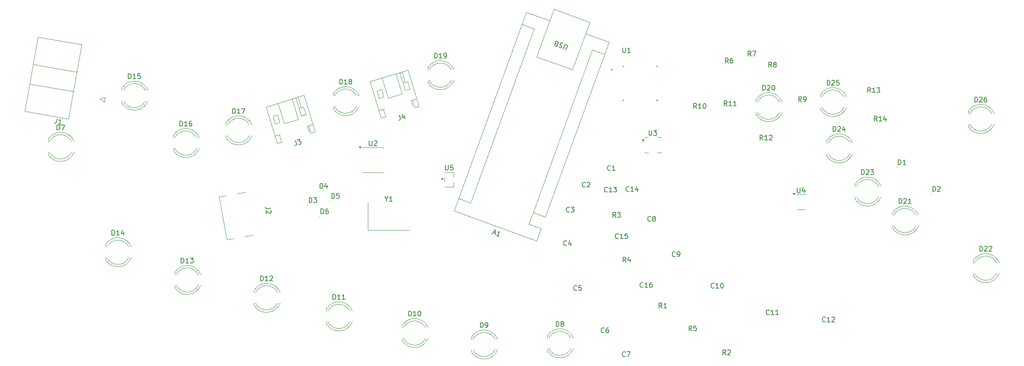
<source format=gbr>
%TF.GenerationSoftware,KiCad,Pcbnew,9.0.6*%
%TF.CreationDate,2025-11-25T23:45:00-06:00*%
%TF.ProjectId,1745LightUpBoard,31373435-4c69-4676-9874-5570426f6172,rev?*%
%TF.SameCoordinates,Original*%
%TF.FileFunction,Legend,Top*%
%TF.FilePolarity,Positive*%
%FSLAX46Y46*%
G04 Gerber Fmt 4.6, Leading zero omitted, Abs format (unit mm)*
G04 Created by KiCad (PCBNEW 9.0.6) date 2025-11-25 23:45:00*
%MOMM*%
%LPD*%
G01*
G04 APERTURE LIST*
%ADD10C,0.150000*%
%ADD11C,0.120000*%
%ADD12C,0.100000*%
%ADD13C,0.127000*%
%ADD14C,0.200000*%
G04 APERTURE END LIST*
D10*
X198599642Y-107569580D02*
X198552023Y-107617200D01*
X198552023Y-107617200D02*
X198409166Y-107664819D01*
X198409166Y-107664819D02*
X198313928Y-107664819D01*
X198313928Y-107664819D02*
X198171071Y-107617200D01*
X198171071Y-107617200D02*
X198075833Y-107521961D01*
X198075833Y-107521961D02*
X198028214Y-107426723D01*
X198028214Y-107426723D02*
X197980595Y-107236247D01*
X197980595Y-107236247D02*
X197980595Y-107093390D01*
X197980595Y-107093390D02*
X198028214Y-106902914D01*
X198028214Y-106902914D02*
X198075833Y-106807676D01*
X198075833Y-106807676D02*
X198171071Y-106712438D01*
X198171071Y-106712438D02*
X198313928Y-106664819D01*
X198313928Y-106664819D02*
X198409166Y-106664819D01*
X198409166Y-106664819D02*
X198552023Y-106712438D01*
X198552023Y-106712438D02*
X198599642Y-106760057D01*
X199552023Y-107664819D02*
X198980595Y-107664819D01*
X199266309Y-107664819D02*
X199266309Y-106664819D01*
X199266309Y-106664819D02*
X199171071Y-106807676D01*
X199171071Y-106807676D02*
X199075833Y-106902914D01*
X199075833Y-106902914D02*
X198980595Y-106950533D01*
X200504404Y-107664819D02*
X199932976Y-107664819D01*
X200218690Y-107664819D02*
X200218690Y-106664819D01*
X200218690Y-106664819D02*
X200123452Y-106807676D01*
X200123452Y-106807676D02*
X200028214Y-106902914D01*
X200028214Y-106902914D02*
X199932976Y-106950533D01*
X210119642Y-109029580D02*
X210072023Y-109077200D01*
X210072023Y-109077200D02*
X209929166Y-109124819D01*
X209929166Y-109124819D02*
X209833928Y-109124819D01*
X209833928Y-109124819D02*
X209691071Y-109077200D01*
X209691071Y-109077200D02*
X209595833Y-108981961D01*
X209595833Y-108981961D02*
X209548214Y-108886723D01*
X209548214Y-108886723D02*
X209500595Y-108696247D01*
X209500595Y-108696247D02*
X209500595Y-108553390D01*
X209500595Y-108553390D02*
X209548214Y-108362914D01*
X209548214Y-108362914D02*
X209595833Y-108267676D01*
X209595833Y-108267676D02*
X209691071Y-108172438D01*
X209691071Y-108172438D02*
X209833928Y-108124819D01*
X209833928Y-108124819D02*
X209929166Y-108124819D01*
X209929166Y-108124819D02*
X210072023Y-108172438D01*
X210072023Y-108172438D02*
X210119642Y-108220057D01*
X211072023Y-109124819D02*
X210500595Y-109124819D01*
X210786309Y-109124819D02*
X210786309Y-108124819D01*
X210786309Y-108124819D02*
X210691071Y-108267676D01*
X210691071Y-108267676D02*
X210595833Y-108362914D01*
X210595833Y-108362914D02*
X210500595Y-108410533D01*
X211452976Y-108220057D02*
X211500595Y-108172438D01*
X211500595Y-108172438D02*
X211595833Y-108124819D01*
X211595833Y-108124819D02*
X211833928Y-108124819D01*
X211833928Y-108124819D02*
X211929166Y-108172438D01*
X211929166Y-108172438D02*
X211976785Y-108220057D01*
X211976785Y-108220057D02*
X212024404Y-108315295D01*
X212024404Y-108315295D02*
X212024404Y-108410533D01*
X212024404Y-108410533D02*
X211976785Y-108553390D01*
X211976785Y-108553390D02*
X211405357Y-109124819D01*
X211405357Y-109124819D02*
X212024404Y-109124819D01*
X179285833Y-95619580D02*
X179238214Y-95667200D01*
X179238214Y-95667200D02*
X179095357Y-95714819D01*
X179095357Y-95714819D02*
X179000119Y-95714819D01*
X179000119Y-95714819D02*
X178857262Y-95667200D01*
X178857262Y-95667200D02*
X178762024Y-95571961D01*
X178762024Y-95571961D02*
X178714405Y-95476723D01*
X178714405Y-95476723D02*
X178666786Y-95286247D01*
X178666786Y-95286247D02*
X178666786Y-95143390D01*
X178666786Y-95143390D02*
X178714405Y-94952914D01*
X178714405Y-94952914D02*
X178762024Y-94857676D01*
X178762024Y-94857676D02*
X178857262Y-94762438D01*
X178857262Y-94762438D02*
X179000119Y-94714819D01*
X179000119Y-94714819D02*
X179095357Y-94714819D01*
X179095357Y-94714819D02*
X179238214Y-94762438D01*
X179238214Y-94762438D02*
X179285833Y-94810057D01*
X179762024Y-95714819D02*
X179952500Y-95714819D01*
X179952500Y-95714819D02*
X180047738Y-95667200D01*
X180047738Y-95667200D02*
X180095357Y-95619580D01*
X180095357Y-95619580D02*
X180190595Y-95476723D01*
X180190595Y-95476723D02*
X180238214Y-95286247D01*
X180238214Y-95286247D02*
X180238214Y-94905295D01*
X180238214Y-94905295D02*
X180190595Y-94810057D01*
X180190595Y-94810057D02*
X180142976Y-94762438D01*
X180142976Y-94762438D02*
X180047738Y-94714819D01*
X180047738Y-94714819D02*
X179857262Y-94714819D01*
X179857262Y-94714819D02*
X179762024Y-94762438D01*
X179762024Y-94762438D02*
X179714405Y-94810057D01*
X179714405Y-94810057D02*
X179666786Y-94905295D01*
X179666786Y-94905295D02*
X179666786Y-95143390D01*
X179666786Y-95143390D02*
X179714405Y-95238628D01*
X179714405Y-95238628D02*
X179762024Y-95286247D01*
X179762024Y-95286247D02*
X179857262Y-95333866D01*
X179857262Y-95333866D02*
X180047738Y-95333866D01*
X180047738Y-95333866D02*
X180142976Y-95286247D01*
X180142976Y-95286247D02*
X180190595Y-95238628D01*
X180190595Y-95238628D02*
X180238214Y-95143390D01*
X169038333Y-116189580D02*
X168990714Y-116237200D01*
X168990714Y-116237200D02*
X168847857Y-116284819D01*
X168847857Y-116284819D02*
X168752619Y-116284819D01*
X168752619Y-116284819D02*
X168609762Y-116237200D01*
X168609762Y-116237200D02*
X168514524Y-116141961D01*
X168514524Y-116141961D02*
X168466905Y-116046723D01*
X168466905Y-116046723D02*
X168419286Y-115856247D01*
X168419286Y-115856247D02*
X168419286Y-115713390D01*
X168419286Y-115713390D02*
X168466905Y-115522914D01*
X168466905Y-115522914D02*
X168514524Y-115427676D01*
X168514524Y-115427676D02*
X168609762Y-115332438D01*
X168609762Y-115332438D02*
X168752619Y-115284819D01*
X168752619Y-115284819D02*
X168847857Y-115284819D01*
X168847857Y-115284819D02*
X168990714Y-115332438D01*
X168990714Y-115332438D02*
X169038333Y-115380057D01*
X169371667Y-115284819D02*
X170038333Y-115284819D01*
X170038333Y-115284819D02*
X169609762Y-116284819D01*
X67020714Y-59094819D02*
X67020714Y-58094819D01*
X67020714Y-58094819D02*
X67258809Y-58094819D01*
X67258809Y-58094819D02*
X67401666Y-58142438D01*
X67401666Y-58142438D02*
X67496904Y-58237676D01*
X67496904Y-58237676D02*
X67544523Y-58332914D01*
X67544523Y-58332914D02*
X67592142Y-58523390D01*
X67592142Y-58523390D02*
X67592142Y-58666247D01*
X67592142Y-58666247D02*
X67544523Y-58856723D01*
X67544523Y-58856723D02*
X67496904Y-58951961D01*
X67496904Y-58951961D02*
X67401666Y-59047200D01*
X67401666Y-59047200D02*
X67258809Y-59094819D01*
X67258809Y-59094819D02*
X67020714Y-59094819D01*
X68544523Y-59094819D02*
X67973095Y-59094819D01*
X68258809Y-59094819D02*
X68258809Y-58094819D01*
X68258809Y-58094819D02*
X68163571Y-58237676D01*
X68163571Y-58237676D02*
X68068333Y-58332914D01*
X68068333Y-58332914D02*
X67973095Y-58380533D01*
X69449285Y-58094819D02*
X68973095Y-58094819D01*
X68973095Y-58094819D02*
X68925476Y-58571009D01*
X68925476Y-58571009D02*
X68973095Y-58523390D01*
X68973095Y-58523390D02*
X69068333Y-58475771D01*
X69068333Y-58475771D02*
X69306428Y-58475771D01*
X69306428Y-58475771D02*
X69401666Y-58523390D01*
X69401666Y-58523390D02*
X69449285Y-58571009D01*
X69449285Y-58571009D02*
X69496904Y-58666247D01*
X69496904Y-58666247D02*
X69496904Y-58904342D01*
X69496904Y-58904342D02*
X69449285Y-58999580D01*
X69449285Y-58999580D02*
X69401666Y-59047200D01*
X69401666Y-59047200D02*
X69306428Y-59094819D01*
X69306428Y-59094819D02*
X69068333Y-59094819D01*
X69068333Y-59094819D02*
X68973095Y-59047200D01*
X68973095Y-59047200D02*
X68925476Y-58999580D01*
X173898095Y-69759819D02*
X173898095Y-70569342D01*
X173898095Y-70569342D02*
X173945714Y-70664580D01*
X173945714Y-70664580D02*
X173993333Y-70712200D01*
X173993333Y-70712200D02*
X174088571Y-70759819D01*
X174088571Y-70759819D02*
X174279047Y-70759819D01*
X174279047Y-70759819D02*
X174374285Y-70712200D01*
X174374285Y-70712200D02*
X174421904Y-70664580D01*
X174421904Y-70664580D02*
X174469523Y-70569342D01*
X174469523Y-70569342D02*
X174469523Y-69759819D01*
X174850476Y-69759819D02*
X175469523Y-69759819D01*
X175469523Y-69759819D02*
X175136190Y-70140771D01*
X175136190Y-70140771D02*
X175279047Y-70140771D01*
X175279047Y-70140771D02*
X175374285Y-70188390D01*
X175374285Y-70188390D02*
X175421904Y-70236009D01*
X175421904Y-70236009D02*
X175469523Y-70331247D01*
X175469523Y-70331247D02*
X175469523Y-70569342D01*
X175469523Y-70569342D02*
X175421904Y-70664580D01*
X175421904Y-70664580D02*
X175374285Y-70712200D01*
X175374285Y-70712200D02*
X175279047Y-70759819D01*
X175279047Y-70759819D02*
X174993333Y-70759819D01*
X174993333Y-70759819D02*
X174898095Y-70712200D01*
X174898095Y-70712200D02*
X174850476Y-70664580D01*
X219389642Y-61944819D02*
X219056309Y-61468628D01*
X218818214Y-61944819D02*
X218818214Y-60944819D01*
X218818214Y-60944819D02*
X219199166Y-60944819D01*
X219199166Y-60944819D02*
X219294404Y-60992438D01*
X219294404Y-60992438D02*
X219342023Y-61040057D01*
X219342023Y-61040057D02*
X219389642Y-61135295D01*
X219389642Y-61135295D02*
X219389642Y-61278152D01*
X219389642Y-61278152D02*
X219342023Y-61373390D01*
X219342023Y-61373390D02*
X219294404Y-61421009D01*
X219294404Y-61421009D02*
X219199166Y-61468628D01*
X219199166Y-61468628D02*
X218818214Y-61468628D01*
X220342023Y-61944819D02*
X219770595Y-61944819D01*
X220056309Y-61944819D02*
X220056309Y-60944819D01*
X220056309Y-60944819D02*
X219961071Y-61087676D01*
X219961071Y-61087676D02*
X219865833Y-61182914D01*
X219865833Y-61182914D02*
X219770595Y-61230533D01*
X220675357Y-60944819D02*
X221294404Y-60944819D01*
X221294404Y-60944819D02*
X220961071Y-61325771D01*
X220961071Y-61325771D02*
X221103928Y-61325771D01*
X221103928Y-61325771D02*
X221199166Y-61373390D01*
X221199166Y-61373390D02*
X221246785Y-61421009D01*
X221246785Y-61421009D02*
X221294404Y-61516247D01*
X221294404Y-61516247D02*
X221294404Y-61754342D01*
X221294404Y-61754342D02*
X221246785Y-61849580D01*
X221246785Y-61849580D02*
X221199166Y-61897200D01*
X221199166Y-61897200D02*
X221103928Y-61944819D01*
X221103928Y-61944819D02*
X220818214Y-61944819D01*
X220818214Y-61944819D02*
X220722976Y-61897200D01*
X220722976Y-61897200D02*
X220675357Y-61849580D01*
X52356905Y-69644819D02*
X52356905Y-68644819D01*
X52356905Y-68644819D02*
X52595000Y-68644819D01*
X52595000Y-68644819D02*
X52737857Y-68692438D01*
X52737857Y-68692438D02*
X52833095Y-68787676D01*
X52833095Y-68787676D02*
X52880714Y-68882914D01*
X52880714Y-68882914D02*
X52928333Y-69073390D01*
X52928333Y-69073390D02*
X52928333Y-69216247D01*
X52928333Y-69216247D02*
X52880714Y-69406723D01*
X52880714Y-69406723D02*
X52833095Y-69501961D01*
X52833095Y-69501961D02*
X52737857Y-69597200D01*
X52737857Y-69597200D02*
X52595000Y-69644819D01*
X52595000Y-69644819D02*
X52356905Y-69644819D01*
X53261667Y-68644819D02*
X53928333Y-68644819D01*
X53928333Y-68644819D02*
X53499762Y-69644819D01*
X154851905Y-110044819D02*
X154851905Y-109044819D01*
X154851905Y-109044819D02*
X155090000Y-109044819D01*
X155090000Y-109044819D02*
X155232857Y-109092438D01*
X155232857Y-109092438D02*
X155328095Y-109187676D01*
X155328095Y-109187676D02*
X155375714Y-109282914D01*
X155375714Y-109282914D02*
X155423333Y-109473390D01*
X155423333Y-109473390D02*
X155423333Y-109616247D01*
X155423333Y-109616247D02*
X155375714Y-109806723D01*
X155375714Y-109806723D02*
X155328095Y-109901961D01*
X155328095Y-109901961D02*
X155232857Y-109997200D01*
X155232857Y-109997200D02*
X155090000Y-110044819D01*
X155090000Y-110044819D02*
X154851905Y-110044819D01*
X155994762Y-109473390D02*
X155899524Y-109425771D01*
X155899524Y-109425771D02*
X155851905Y-109378152D01*
X155851905Y-109378152D02*
X155804286Y-109282914D01*
X155804286Y-109282914D02*
X155804286Y-109235295D01*
X155804286Y-109235295D02*
X155851905Y-109140057D01*
X155851905Y-109140057D02*
X155899524Y-109092438D01*
X155899524Y-109092438D02*
X155994762Y-109044819D01*
X155994762Y-109044819D02*
X156185238Y-109044819D01*
X156185238Y-109044819D02*
X156280476Y-109092438D01*
X156280476Y-109092438D02*
X156328095Y-109140057D01*
X156328095Y-109140057D02*
X156375714Y-109235295D01*
X156375714Y-109235295D02*
X156375714Y-109282914D01*
X156375714Y-109282914D02*
X156328095Y-109378152D01*
X156328095Y-109378152D02*
X156280476Y-109425771D01*
X156280476Y-109425771D02*
X156185238Y-109473390D01*
X156185238Y-109473390D02*
X155994762Y-109473390D01*
X155994762Y-109473390D02*
X155899524Y-109521009D01*
X155899524Y-109521009D02*
X155851905Y-109568628D01*
X155851905Y-109568628D02*
X155804286Y-109663866D01*
X155804286Y-109663866D02*
X155804286Y-109854342D01*
X155804286Y-109854342D02*
X155851905Y-109949580D01*
X155851905Y-109949580D02*
X155899524Y-109997200D01*
X155899524Y-109997200D02*
X155994762Y-110044819D01*
X155994762Y-110044819D02*
X156185238Y-110044819D01*
X156185238Y-110044819D02*
X156280476Y-109997200D01*
X156280476Y-109997200D02*
X156328095Y-109949580D01*
X156328095Y-109949580D02*
X156375714Y-109854342D01*
X156375714Y-109854342D02*
X156375714Y-109663866D01*
X156375714Y-109663866D02*
X156328095Y-109568628D01*
X156328095Y-109568628D02*
X156280476Y-109521009D01*
X156280476Y-109521009D02*
X156185238Y-109473390D01*
X77870714Y-97014819D02*
X77870714Y-96014819D01*
X77870714Y-96014819D02*
X78108809Y-96014819D01*
X78108809Y-96014819D02*
X78251666Y-96062438D01*
X78251666Y-96062438D02*
X78346904Y-96157676D01*
X78346904Y-96157676D02*
X78394523Y-96252914D01*
X78394523Y-96252914D02*
X78442142Y-96443390D01*
X78442142Y-96443390D02*
X78442142Y-96586247D01*
X78442142Y-96586247D02*
X78394523Y-96776723D01*
X78394523Y-96776723D02*
X78346904Y-96871961D01*
X78346904Y-96871961D02*
X78251666Y-96967200D01*
X78251666Y-96967200D02*
X78108809Y-97014819D01*
X78108809Y-97014819D02*
X77870714Y-97014819D01*
X79394523Y-97014819D02*
X78823095Y-97014819D01*
X79108809Y-97014819D02*
X79108809Y-96014819D01*
X79108809Y-96014819D02*
X79013571Y-96157676D01*
X79013571Y-96157676D02*
X78918333Y-96252914D01*
X78918333Y-96252914D02*
X78823095Y-96300533D01*
X79727857Y-96014819D02*
X80346904Y-96014819D01*
X80346904Y-96014819D02*
X80013571Y-96395771D01*
X80013571Y-96395771D02*
X80156428Y-96395771D01*
X80156428Y-96395771D02*
X80251666Y-96443390D01*
X80251666Y-96443390D02*
X80299285Y-96491009D01*
X80299285Y-96491009D02*
X80346904Y-96586247D01*
X80346904Y-96586247D02*
X80346904Y-96824342D01*
X80346904Y-96824342D02*
X80299285Y-96919580D01*
X80299285Y-96919580D02*
X80251666Y-96967200D01*
X80251666Y-96967200D02*
X80156428Y-97014819D01*
X80156428Y-97014819D02*
X79870714Y-97014819D01*
X79870714Y-97014819D02*
X79775476Y-96967200D01*
X79775476Y-96967200D02*
X79727857Y-96919580D01*
X120003809Y-83868628D02*
X120003809Y-84344819D01*
X119670476Y-83344819D02*
X120003809Y-83868628D01*
X120003809Y-83868628D02*
X120337142Y-83344819D01*
X121194285Y-84344819D02*
X120622857Y-84344819D01*
X120908571Y-84344819D02*
X120908571Y-83344819D01*
X120908571Y-83344819D02*
X120813333Y-83487676D01*
X120813333Y-83487676D02*
X120718095Y-83582914D01*
X120718095Y-83582914D02*
X120622857Y-83630533D01*
X106574405Y-86904819D02*
X106574405Y-85904819D01*
X106574405Y-85904819D02*
X106812500Y-85904819D01*
X106812500Y-85904819D02*
X106955357Y-85952438D01*
X106955357Y-85952438D02*
X107050595Y-86047676D01*
X107050595Y-86047676D02*
X107098214Y-86142914D01*
X107098214Y-86142914D02*
X107145833Y-86333390D01*
X107145833Y-86333390D02*
X107145833Y-86476247D01*
X107145833Y-86476247D02*
X107098214Y-86666723D01*
X107098214Y-86666723D02*
X107050595Y-86761961D01*
X107050595Y-86761961D02*
X106955357Y-86857200D01*
X106955357Y-86857200D02*
X106812500Y-86904819D01*
X106812500Y-86904819D02*
X106574405Y-86904819D01*
X108002976Y-85904819D02*
X107812500Y-85904819D01*
X107812500Y-85904819D02*
X107717262Y-85952438D01*
X107717262Y-85952438D02*
X107669643Y-86000057D01*
X107669643Y-86000057D02*
X107574405Y-86142914D01*
X107574405Y-86142914D02*
X107526786Y-86333390D01*
X107526786Y-86333390D02*
X107526786Y-86714342D01*
X107526786Y-86714342D02*
X107574405Y-86809580D01*
X107574405Y-86809580D02*
X107622024Y-86857200D01*
X107622024Y-86857200D02*
X107717262Y-86904819D01*
X107717262Y-86904819D02*
X107907738Y-86904819D01*
X107907738Y-86904819D02*
X108002976Y-86857200D01*
X108002976Y-86857200D02*
X108050595Y-86809580D01*
X108050595Y-86809580D02*
X108098214Y-86714342D01*
X108098214Y-86714342D02*
X108098214Y-86476247D01*
X108098214Y-86476247D02*
X108050595Y-86381009D01*
X108050595Y-86381009D02*
X108002976Y-86333390D01*
X108002976Y-86333390D02*
X107907738Y-86285771D01*
X107907738Y-86285771D02*
X107717262Y-86285771D01*
X107717262Y-86285771D02*
X107622024Y-86333390D01*
X107622024Y-86333390D02*
X107574405Y-86381009D01*
X107574405Y-86381009D02*
X107526786Y-86476247D01*
X189690833Y-115884819D02*
X189357500Y-115408628D01*
X189119405Y-115884819D02*
X189119405Y-114884819D01*
X189119405Y-114884819D02*
X189500357Y-114884819D01*
X189500357Y-114884819D02*
X189595595Y-114932438D01*
X189595595Y-114932438D02*
X189643214Y-114980057D01*
X189643214Y-114980057D02*
X189690833Y-115075295D01*
X189690833Y-115075295D02*
X189690833Y-115218152D01*
X189690833Y-115218152D02*
X189643214Y-115313390D01*
X189643214Y-115313390D02*
X189595595Y-115361009D01*
X189595595Y-115361009D02*
X189500357Y-115408628D01*
X189500357Y-115408628D02*
X189119405Y-115408628D01*
X190071786Y-114980057D02*
X190119405Y-114932438D01*
X190119405Y-114932438D02*
X190214643Y-114884819D01*
X190214643Y-114884819D02*
X190452738Y-114884819D01*
X190452738Y-114884819D02*
X190547976Y-114932438D01*
X190547976Y-114932438D02*
X190595595Y-114980057D01*
X190595595Y-114980057D02*
X190643214Y-115075295D01*
X190643214Y-115075295D02*
X190643214Y-115170533D01*
X190643214Y-115170533D02*
X190595595Y-115313390D01*
X190595595Y-115313390D02*
X190024167Y-115884819D01*
X190024167Y-115884819D02*
X190643214Y-115884819D01*
X141889763Y-90776601D02*
X142337236Y-90939468D01*
X141702549Y-91012511D02*
X142357800Y-90186825D01*
X142357800Y-90186825D02*
X142329010Y-91240525D01*
X143134461Y-91533685D02*
X142597494Y-91338245D01*
X142865978Y-91435965D02*
X143207998Y-90496272D01*
X143207998Y-90496272D02*
X143069643Y-90597941D01*
X143069643Y-90597941D02*
X142947575Y-90654862D01*
X142947575Y-90654862D02*
X142841794Y-90667036D01*
X156856695Y-53176154D02*
X157133569Y-52415450D01*
X157133569Y-52415450D02*
X157121395Y-52309669D01*
X157121395Y-52309669D02*
X157092934Y-52248635D01*
X157092934Y-52248635D02*
X157019726Y-52171315D01*
X157019726Y-52171315D02*
X156840737Y-52106168D01*
X156840737Y-52106168D02*
X156734956Y-52118342D01*
X156734956Y-52118342D02*
X156673922Y-52146802D01*
X156673922Y-52146802D02*
X156596601Y-52220010D01*
X156596601Y-52220010D02*
X156319728Y-52980714D01*
X156242736Y-51939188D02*
X156124781Y-51845581D01*
X156124781Y-51845581D02*
X155901045Y-51764148D01*
X155901045Y-51764148D02*
X155795263Y-51776322D01*
X155795263Y-51776322D02*
X155734230Y-51804782D01*
X155734230Y-51804782D02*
X155656909Y-51877990D01*
X155656909Y-51877990D02*
X155624336Y-51967485D01*
X155624336Y-51967485D02*
X155636509Y-52073266D01*
X155636509Y-52073266D02*
X155664970Y-52134300D01*
X155664970Y-52134300D02*
X155738178Y-52211620D01*
X155738178Y-52211620D02*
X155900880Y-52321514D01*
X155900880Y-52321514D02*
X155974088Y-52398835D01*
X155974088Y-52398835D02*
X156002549Y-52459869D01*
X156002549Y-52459869D02*
X156014723Y-52565650D01*
X156014723Y-52565650D02*
X155982149Y-52655145D01*
X155982149Y-52655145D02*
X155904829Y-52728353D01*
X155904829Y-52728353D02*
X155843795Y-52756813D01*
X155843795Y-52756813D02*
X155738014Y-52768987D01*
X155738014Y-52768987D02*
X155514277Y-52687554D01*
X155514277Y-52687554D02*
X155396322Y-52593946D01*
X154826946Y-51930634D02*
X154708991Y-51837027D01*
X154708991Y-51837027D02*
X154680530Y-51775993D01*
X154680530Y-51775993D02*
X154668356Y-51670212D01*
X154668356Y-51670212D02*
X154717216Y-51535970D01*
X154717216Y-51535970D02*
X154794537Y-51462762D01*
X154794537Y-51462762D02*
X154855571Y-51434301D01*
X154855571Y-51434301D02*
X154961352Y-51422128D01*
X154961352Y-51422128D02*
X155319330Y-51552421D01*
X155319330Y-51552421D02*
X154977310Y-52492114D01*
X154977310Y-52492114D02*
X154664079Y-52378107D01*
X154664079Y-52378107D02*
X154590871Y-52300786D01*
X154590871Y-52300786D02*
X154562411Y-52239752D01*
X154562411Y-52239752D02*
X154550237Y-52133971D01*
X154550237Y-52133971D02*
X154582810Y-52044477D01*
X154582810Y-52044477D02*
X154660131Y-51971269D01*
X154660131Y-51971269D02*
X154721165Y-51942808D01*
X154721165Y-51942808D02*
X154826946Y-51930634D01*
X154826946Y-51930634D02*
X155140177Y-52044641D01*
X240795714Y-63904819D02*
X240795714Y-62904819D01*
X240795714Y-62904819D02*
X241033809Y-62904819D01*
X241033809Y-62904819D02*
X241176666Y-62952438D01*
X241176666Y-62952438D02*
X241271904Y-63047676D01*
X241271904Y-63047676D02*
X241319523Y-63142914D01*
X241319523Y-63142914D02*
X241367142Y-63333390D01*
X241367142Y-63333390D02*
X241367142Y-63476247D01*
X241367142Y-63476247D02*
X241319523Y-63666723D01*
X241319523Y-63666723D02*
X241271904Y-63761961D01*
X241271904Y-63761961D02*
X241176666Y-63857200D01*
X241176666Y-63857200D02*
X241033809Y-63904819D01*
X241033809Y-63904819D02*
X240795714Y-63904819D01*
X241748095Y-63000057D02*
X241795714Y-62952438D01*
X241795714Y-62952438D02*
X241890952Y-62904819D01*
X241890952Y-62904819D02*
X242129047Y-62904819D01*
X242129047Y-62904819D02*
X242224285Y-62952438D01*
X242224285Y-62952438D02*
X242271904Y-63000057D01*
X242271904Y-63000057D02*
X242319523Y-63095295D01*
X242319523Y-63095295D02*
X242319523Y-63190533D01*
X242319523Y-63190533D02*
X242271904Y-63333390D01*
X242271904Y-63333390D02*
X241700476Y-63904819D01*
X241700476Y-63904819D02*
X242319523Y-63904819D01*
X243176666Y-62904819D02*
X242986190Y-62904819D01*
X242986190Y-62904819D02*
X242890952Y-62952438D01*
X242890952Y-62952438D02*
X242843333Y-63000057D01*
X242843333Y-63000057D02*
X242748095Y-63142914D01*
X242748095Y-63142914D02*
X242700476Y-63333390D01*
X242700476Y-63333390D02*
X242700476Y-63714342D01*
X242700476Y-63714342D02*
X242748095Y-63809580D01*
X242748095Y-63809580D02*
X242795714Y-63857200D01*
X242795714Y-63857200D02*
X242890952Y-63904819D01*
X242890952Y-63904819D02*
X243081428Y-63904819D01*
X243081428Y-63904819D02*
X243176666Y-63857200D01*
X243176666Y-63857200D02*
X243224285Y-63809580D01*
X243224285Y-63809580D02*
X243271904Y-63714342D01*
X243271904Y-63714342D02*
X243271904Y-63476247D01*
X243271904Y-63476247D02*
X243224285Y-63381009D01*
X243224285Y-63381009D02*
X243176666Y-63333390D01*
X243176666Y-63333390D02*
X243081428Y-63285771D01*
X243081428Y-63285771D02*
X242890952Y-63285771D01*
X242890952Y-63285771D02*
X242795714Y-63333390D01*
X242795714Y-63333390D02*
X242748095Y-63381009D01*
X242748095Y-63381009D02*
X242700476Y-63476247D01*
X104139405Y-84614819D02*
X104139405Y-83614819D01*
X104139405Y-83614819D02*
X104377500Y-83614819D01*
X104377500Y-83614819D02*
X104520357Y-83662438D01*
X104520357Y-83662438D02*
X104615595Y-83757676D01*
X104615595Y-83757676D02*
X104663214Y-83852914D01*
X104663214Y-83852914D02*
X104710833Y-84043390D01*
X104710833Y-84043390D02*
X104710833Y-84186247D01*
X104710833Y-84186247D02*
X104663214Y-84376723D01*
X104663214Y-84376723D02*
X104615595Y-84471961D01*
X104615595Y-84471961D02*
X104520357Y-84567200D01*
X104520357Y-84567200D02*
X104377500Y-84614819D01*
X104377500Y-84614819D02*
X104139405Y-84614819D01*
X105044167Y-83614819D02*
X105663214Y-83614819D01*
X105663214Y-83614819D02*
X105329881Y-83995771D01*
X105329881Y-83995771D02*
X105472738Y-83995771D01*
X105472738Y-83995771D02*
X105567976Y-84043390D01*
X105567976Y-84043390D02*
X105615595Y-84091009D01*
X105615595Y-84091009D02*
X105663214Y-84186247D01*
X105663214Y-84186247D02*
X105663214Y-84424342D01*
X105663214Y-84424342D02*
X105615595Y-84519580D01*
X105615595Y-84519580D02*
X105567976Y-84567200D01*
X105567976Y-84567200D02*
X105472738Y-84614819D01*
X105472738Y-84614819D02*
X105187024Y-84614819D01*
X105187024Y-84614819D02*
X105091786Y-84567200D01*
X105091786Y-84567200D02*
X105044167Y-84519580D01*
X241810714Y-94584819D02*
X241810714Y-93584819D01*
X241810714Y-93584819D02*
X242048809Y-93584819D01*
X242048809Y-93584819D02*
X242191666Y-93632438D01*
X242191666Y-93632438D02*
X242286904Y-93727676D01*
X242286904Y-93727676D02*
X242334523Y-93822914D01*
X242334523Y-93822914D02*
X242382142Y-94013390D01*
X242382142Y-94013390D02*
X242382142Y-94156247D01*
X242382142Y-94156247D02*
X242334523Y-94346723D01*
X242334523Y-94346723D02*
X242286904Y-94441961D01*
X242286904Y-94441961D02*
X242191666Y-94537200D01*
X242191666Y-94537200D02*
X242048809Y-94584819D01*
X242048809Y-94584819D02*
X241810714Y-94584819D01*
X242763095Y-93680057D02*
X242810714Y-93632438D01*
X242810714Y-93632438D02*
X242905952Y-93584819D01*
X242905952Y-93584819D02*
X243144047Y-93584819D01*
X243144047Y-93584819D02*
X243239285Y-93632438D01*
X243239285Y-93632438D02*
X243286904Y-93680057D01*
X243286904Y-93680057D02*
X243334523Y-93775295D01*
X243334523Y-93775295D02*
X243334523Y-93870533D01*
X243334523Y-93870533D02*
X243286904Y-94013390D01*
X243286904Y-94013390D02*
X242715476Y-94584819D01*
X242715476Y-94584819D02*
X243334523Y-94584819D01*
X243715476Y-93680057D02*
X243763095Y-93632438D01*
X243763095Y-93632438D02*
X243858333Y-93584819D01*
X243858333Y-93584819D02*
X244096428Y-93584819D01*
X244096428Y-93584819D02*
X244191666Y-93632438D01*
X244191666Y-93632438D02*
X244239285Y-93680057D01*
X244239285Y-93680057D02*
X244286904Y-93775295D01*
X244286904Y-93775295D02*
X244286904Y-93870533D01*
X244286904Y-93870533D02*
X244239285Y-94013390D01*
X244239285Y-94013390D02*
X243667857Y-94584819D01*
X243667857Y-94584819D02*
X244286904Y-94584819D01*
X187264642Y-102079580D02*
X187217023Y-102127200D01*
X187217023Y-102127200D02*
X187074166Y-102174819D01*
X187074166Y-102174819D02*
X186978928Y-102174819D01*
X186978928Y-102174819D02*
X186836071Y-102127200D01*
X186836071Y-102127200D02*
X186740833Y-102031961D01*
X186740833Y-102031961D02*
X186693214Y-101936723D01*
X186693214Y-101936723D02*
X186645595Y-101746247D01*
X186645595Y-101746247D02*
X186645595Y-101603390D01*
X186645595Y-101603390D02*
X186693214Y-101412914D01*
X186693214Y-101412914D02*
X186740833Y-101317676D01*
X186740833Y-101317676D02*
X186836071Y-101222438D01*
X186836071Y-101222438D02*
X186978928Y-101174819D01*
X186978928Y-101174819D02*
X187074166Y-101174819D01*
X187074166Y-101174819D02*
X187217023Y-101222438D01*
X187217023Y-101222438D02*
X187264642Y-101270057D01*
X188217023Y-102174819D02*
X187645595Y-102174819D01*
X187931309Y-102174819D02*
X187931309Y-101174819D01*
X187931309Y-101174819D02*
X187836071Y-101317676D01*
X187836071Y-101317676D02*
X187740833Y-101412914D01*
X187740833Y-101412914D02*
X187645595Y-101460533D01*
X188836071Y-101174819D02*
X188931309Y-101174819D01*
X188931309Y-101174819D02*
X189026547Y-101222438D01*
X189026547Y-101222438D02*
X189074166Y-101270057D01*
X189074166Y-101270057D02*
X189121785Y-101365295D01*
X189121785Y-101365295D02*
X189169404Y-101555771D01*
X189169404Y-101555771D02*
X189169404Y-101793866D01*
X189169404Y-101793866D02*
X189121785Y-101984342D01*
X189121785Y-101984342D02*
X189074166Y-102079580D01*
X189074166Y-102079580D02*
X189026547Y-102127200D01*
X189026547Y-102127200D02*
X188931309Y-102174819D01*
X188931309Y-102174819D02*
X188836071Y-102174819D01*
X188836071Y-102174819D02*
X188740833Y-102127200D01*
X188740833Y-102127200D02*
X188693214Y-102079580D01*
X188693214Y-102079580D02*
X188645595Y-101984342D01*
X188645595Y-101984342D02*
X188597976Y-101793866D01*
X188597976Y-101793866D02*
X188597976Y-101555771D01*
X188597976Y-101555771D02*
X188645595Y-101365295D01*
X188645595Y-101365295D02*
X188693214Y-101270057D01*
X188693214Y-101270057D02*
X188740833Y-101222438D01*
X188740833Y-101222438D02*
X188836071Y-101174819D01*
X108791905Y-83714819D02*
X108791905Y-82714819D01*
X108791905Y-82714819D02*
X109030000Y-82714819D01*
X109030000Y-82714819D02*
X109172857Y-82762438D01*
X109172857Y-82762438D02*
X109268095Y-82857676D01*
X109268095Y-82857676D02*
X109315714Y-82952914D01*
X109315714Y-82952914D02*
X109363333Y-83143390D01*
X109363333Y-83143390D02*
X109363333Y-83286247D01*
X109363333Y-83286247D02*
X109315714Y-83476723D01*
X109315714Y-83476723D02*
X109268095Y-83571961D01*
X109268095Y-83571961D02*
X109172857Y-83667200D01*
X109172857Y-83667200D02*
X109030000Y-83714819D01*
X109030000Y-83714819D02*
X108791905Y-83714819D01*
X110268095Y-82714819D02*
X109791905Y-82714819D01*
X109791905Y-82714819D02*
X109744286Y-83191009D01*
X109744286Y-83191009D02*
X109791905Y-83143390D01*
X109791905Y-83143390D02*
X109887143Y-83095771D01*
X109887143Y-83095771D02*
X110125238Y-83095771D01*
X110125238Y-83095771D02*
X110220476Y-83143390D01*
X110220476Y-83143390D02*
X110268095Y-83191009D01*
X110268095Y-83191009D02*
X110315714Y-83286247D01*
X110315714Y-83286247D02*
X110315714Y-83524342D01*
X110315714Y-83524342D02*
X110268095Y-83619580D01*
X110268095Y-83619580D02*
X110220476Y-83667200D01*
X110220476Y-83667200D02*
X110125238Y-83714819D01*
X110125238Y-83714819D02*
X109887143Y-83714819D01*
X109887143Y-83714819D02*
X109791905Y-83667200D01*
X109791905Y-83667200D02*
X109744286Y-83619580D01*
X174253333Y-88349580D02*
X174205714Y-88397200D01*
X174205714Y-88397200D02*
X174062857Y-88444819D01*
X174062857Y-88444819D02*
X173967619Y-88444819D01*
X173967619Y-88444819D02*
X173824762Y-88397200D01*
X173824762Y-88397200D02*
X173729524Y-88301961D01*
X173729524Y-88301961D02*
X173681905Y-88206723D01*
X173681905Y-88206723D02*
X173634286Y-88016247D01*
X173634286Y-88016247D02*
X173634286Y-87873390D01*
X173634286Y-87873390D02*
X173681905Y-87682914D01*
X173681905Y-87682914D02*
X173729524Y-87587676D01*
X173729524Y-87587676D02*
X173824762Y-87492438D01*
X173824762Y-87492438D02*
X173967619Y-87444819D01*
X173967619Y-87444819D02*
X174062857Y-87444819D01*
X174062857Y-87444819D02*
X174205714Y-87492438D01*
X174205714Y-87492438D02*
X174253333Y-87540057D01*
X174824762Y-87873390D02*
X174729524Y-87825771D01*
X174729524Y-87825771D02*
X174681905Y-87778152D01*
X174681905Y-87778152D02*
X174634286Y-87682914D01*
X174634286Y-87682914D02*
X174634286Y-87635295D01*
X174634286Y-87635295D02*
X174681905Y-87540057D01*
X174681905Y-87540057D02*
X174729524Y-87492438D01*
X174729524Y-87492438D02*
X174824762Y-87444819D01*
X174824762Y-87444819D02*
X175015238Y-87444819D01*
X175015238Y-87444819D02*
X175110476Y-87492438D01*
X175110476Y-87492438D02*
X175158095Y-87540057D01*
X175158095Y-87540057D02*
X175205714Y-87635295D01*
X175205714Y-87635295D02*
X175205714Y-87682914D01*
X175205714Y-87682914D02*
X175158095Y-87778152D01*
X175158095Y-87778152D02*
X175110476Y-87825771D01*
X175110476Y-87825771D02*
X175015238Y-87873390D01*
X175015238Y-87873390D02*
X174824762Y-87873390D01*
X174824762Y-87873390D02*
X174729524Y-87921009D01*
X174729524Y-87921009D02*
X174681905Y-87968628D01*
X174681905Y-87968628D02*
X174634286Y-88063866D01*
X174634286Y-88063866D02*
X174634286Y-88254342D01*
X174634286Y-88254342D02*
X174681905Y-88349580D01*
X174681905Y-88349580D02*
X174729524Y-88397200D01*
X174729524Y-88397200D02*
X174824762Y-88444819D01*
X174824762Y-88444819D02*
X175015238Y-88444819D01*
X175015238Y-88444819D02*
X175110476Y-88397200D01*
X175110476Y-88397200D02*
X175158095Y-88349580D01*
X175158095Y-88349580D02*
X175205714Y-88254342D01*
X175205714Y-88254342D02*
X175205714Y-88063866D01*
X175205714Y-88063866D02*
X175158095Y-87968628D01*
X175158095Y-87968628D02*
X175110476Y-87921009D01*
X175110476Y-87921009D02*
X175015238Y-87873390D01*
X167619642Y-91909580D02*
X167572023Y-91957200D01*
X167572023Y-91957200D02*
X167429166Y-92004819D01*
X167429166Y-92004819D02*
X167333928Y-92004819D01*
X167333928Y-92004819D02*
X167191071Y-91957200D01*
X167191071Y-91957200D02*
X167095833Y-91861961D01*
X167095833Y-91861961D02*
X167048214Y-91766723D01*
X167048214Y-91766723D02*
X167000595Y-91576247D01*
X167000595Y-91576247D02*
X167000595Y-91433390D01*
X167000595Y-91433390D02*
X167048214Y-91242914D01*
X167048214Y-91242914D02*
X167095833Y-91147676D01*
X167095833Y-91147676D02*
X167191071Y-91052438D01*
X167191071Y-91052438D02*
X167333928Y-91004819D01*
X167333928Y-91004819D02*
X167429166Y-91004819D01*
X167429166Y-91004819D02*
X167572023Y-91052438D01*
X167572023Y-91052438D02*
X167619642Y-91100057D01*
X168572023Y-92004819D02*
X168000595Y-92004819D01*
X168286309Y-92004819D02*
X168286309Y-91004819D01*
X168286309Y-91004819D02*
X168191071Y-91147676D01*
X168191071Y-91147676D02*
X168095833Y-91242914D01*
X168095833Y-91242914D02*
X168000595Y-91290533D01*
X169476785Y-91004819D02*
X169000595Y-91004819D01*
X169000595Y-91004819D02*
X168952976Y-91481009D01*
X168952976Y-91481009D02*
X169000595Y-91433390D01*
X169000595Y-91433390D02*
X169095833Y-91385771D01*
X169095833Y-91385771D02*
X169333928Y-91385771D01*
X169333928Y-91385771D02*
X169429166Y-91433390D01*
X169429166Y-91433390D02*
X169476785Y-91481009D01*
X169476785Y-91481009D02*
X169524404Y-91576247D01*
X169524404Y-91576247D02*
X169524404Y-91814342D01*
X169524404Y-91814342D02*
X169476785Y-91909580D01*
X169476785Y-91909580D02*
X169429166Y-91957200D01*
X169429166Y-91957200D02*
X169333928Y-92004819D01*
X169333928Y-92004819D02*
X169095833Y-92004819D01*
X169095833Y-92004819D02*
X169000595Y-91957200D01*
X169000595Y-91957200D02*
X168952976Y-91909580D01*
X217540714Y-78834819D02*
X217540714Y-77834819D01*
X217540714Y-77834819D02*
X217778809Y-77834819D01*
X217778809Y-77834819D02*
X217921666Y-77882438D01*
X217921666Y-77882438D02*
X218016904Y-77977676D01*
X218016904Y-77977676D02*
X218064523Y-78072914D01*
X218064523Y-78072914D02*
X218112142Y-78263390D01*
X218112142Y-78263390D02*
X218112142Y-78406247D01*
X218112142Y-78406247D02*
X218064523Y-78596723D01*
X218064523Y-78596723D02*
X218016904Y-78691961D01*
X218016904Y-78691961D02*
X217921666Y-78787200D01*
X217921666Y-78787200D02*
X217778809Y-78834819D01*
X217778809Y-78834819D02*
X217540714Y-78834819D01*
X218493095Y-77930057D02*
X218540714Y-77882438D01*
X218540714Y-77882438D02*
X218635952Y-77834819D01*
X218635952Y-77834819D02*
X218874047Y-77834819D01*
X218874047Y-77834819D02*
X218969285Y-77882438D01*
X218969285Y-77882438D02*
X219016904Y-77930057D01*
X219016904Y-77930057D02*
X219064523Y-78025295D01*
X219064523Y-78025295D02*
X219064523Y-78120533D01*
X219064523Y-78120533D02*
X219016904Y-78263390D01*
X219016904Y-78263390D02*
X218445476Y-78834819D01*
X218445476Y-78834819D02*
X219064523Y-78834819D01*
X219397857Y-77834819D02*
X220016904Y-77834819D01*
X220016904Y-77834819D02*
X219683571Y-78215771D01*
X219683571Y-78215771D02*
X219826428Y-78215771D01*
X219826428Y-78215771D02*
X219921666Y-78263390D01*
X219921666Y-78263390D02*
X219969285Y-78311009D01*
X219969285Y-78311009D02*
X220016904Y-78406247D01*
X220016904Y-78406247D02*
X220016904Y-78644342D01*
X220016904Y-78644342D02*
X219969285Y-78739580D01*
X219969285Y-78739580D02*
X219921666Y-78787200D01*
X219921666Y-78787200D02*
X219826428Y-78834819D01*
X219826428Y-78834819D02*
X219540714Y-78834819D01*
X219540714Y-78834819D02*
X219445476Y-78787200D01*
X219445476Y-78787200D02*
X219397857Y-78739580D01*
X197240714Y-61474819D02*
X197240714Y-60474819D01*
X197240714Y-60474819D02*
X197478809Y-60474819D01*
X197478809Y-60474819D02*
X197621666Y-60522438D01*
X197621666Y-60522438D02*
X197716904Y-60617676D01*
X197716904Y-60617676D02*
X197764523Y-60712914D01*
X197764523Y-60712914D02*
X197812142Y-60903390D01*
X197812142Y-60903390D02*
X197812142Y-61046247D01*
X197812142Y-61046247D02*
X197764523Y-61236723D01*
X197764523Y-61236723D02*
X197716904Y-61331961D01*
X197716904Y-61331961D02*
X197621666Y-61427200D01*
X197621666Y-61427200D02*
X197478809Y-61474819D01*
X197478809Y-61474819D02*
X197240714Y-61474819D01*
X198193095Y-60570057D02*
X198240714Y-60522438D01*
X198240714Y-60522438D02*
X198335952Y-60474819D01*
X198335952Y-60474819D02*
X198574047Y-60474819D01*
X198574047Y-60474819D02*
X198669285Y-60522438D01*
X198669285Y-60522438D02*
X198716904Y-60570057D01*
X198716904Y-60570057D02*
X198764523Y-60665295D01*
X198764523Y-60665295D02*
X198764523Y-60760533D01*
X198764523Y-60760533D02*
X198716904Y-60903390D01*
X198716904Y-60903390D02*
X198145476Y-61474819D01*
X198145476Y-61474819D02*
X198764523Y-61474819D01*
X199383571Y-60474819D02*
X199478809Y-60474819D01*
X199478809Y-60474819D02*
X199574047Y-60522438D01*
X199574047Y-60522438D02*
X199621666Y-60570057D01*
X199621666Y-60570057D02*
X199669285Y-60665295D01*
X199669285Y-60665295D02*
X199716904Y-60855771D01*
X199716904Y-60855771D02*
X199716904Y-61093866D01*
X199716904Y-61093866D02*
X199669285Y-61284342D01*
X199669285Y-61284342D02*
X199621666Y-61379580D01*
X199621666Y-61379580D02*
X199574047Y-61427200D01*
X199574047Y-61427200D02*
X199478809Y-61474819D01*
X199478809Y-61474819D02*
X199383571Y-61474819D01*
X199383571Y-61474819D02*
X199288333Y-61427200D01*
X199288333Y-61427200D02*
X199240714Y-61379580D01*
X199240714Y-61379580D02*
X199193095Y-61284342D01*
X199193095Y-61284342D02*
X199145476Y-61093866D01*
X199145476Y-61093866D02*
X199145476Y-60855771D01*
X199145476Y-60855771D02*
X199193095Y-60665295D01*
X199193095Y-60665295D02*
X199240714Y-60570057D01*
X199240714Y-60570057D02*
X199288333Y-60522438D01*
X199288333Y-60522438D02*
X199383571Y-60474819D01*
X183677142Y-65224819D02*
X183343809Y-64748628D01*
X183105714Y-65224819D02*
X183105714Y-64224819D01*
X183105714Y-64224819D02*
X183486666Y-64224819D01*
X183486666Y-64224819D02*
X183581904Y-64272438D01*
X183581904Y-64272438D02*
X183629523Y-64320057D01*
X183629523Y-64320057D02*
X183677142Y-64415295D01*
X183677142Y-64415295D02*
X183677142Y-64558152D01*
X183677142Y-64558152D02*
X183629523Y-64653390D01*
X183629523Y-64653390D02*
X183581904Y-64701009D01*
X183581904Y-64701009D02*
X183486666Y-64748628D01*
X183486666Y-64748628D02*
X183105714Y-64748628D01*
X184629523Y-65224819D02*
X184058095Y-65224819D01*
X184343809Y-65224819D02*
X184343809Y-64224819D01*
X184343809Y-64224819D02*
X184248571Y-64367676D01*
X184248571Y-64367676D02*
X184153333Y-64462914D01*
X184153333Y-64462914D02*
X184058095Y-64510533D01*
X185248571Y-64224819D02*
X185343809Y-64224819D01*
X185343809Y-64224819D02*
X185439047Y-64272438D01*
X185439047Y-64272438D02*
X185486666Y-64320057D01*
X185486666Y-64320057D02*
X185534285Y-64415295D01*
X185534285Y-64415295D02*
X185581904Y-64605771D01*
X185581904Y-64605771D02*
X185581904Y-64843866D01*
X185581904Y-64843866D02*
X185534285Y-65034342D01*
X185534285Y-65034342D02*
X185486666Y-65129580D01*
X185486666Y-65129580D02*
X185439047Y-65177200D01*
X185439047Y-65177200D02*
X185343809Y-65224819D01*
X185343809Y-65224819D02*
X185248571Y-65224819D01*
X185248571Y-65224819D02*
X185153333Y-65177200D01*
X185153333Y-65177200D02*
X185105714Y-65129580D01*
X185105714Y-65129580D02*
X185058095Y-65034342D01*
X185058095Y-65034342D02*
X185010476Y-64843866D01*
X185010476Y-64843866D02*
X185010476Y-64605771D01*
X185010476Y-64605771D02*
X185058095Y-64415295D01*
X185058095Y-64415295D02*
X185105714Y-64320057D01*
X185105714Y-64320057D02*
X185153333Y-64272438D01*
X185153333Y-64272438D02*
X185248571Y-64224819D01*
X176563333Y-106254819D02*
X176230000Y-105778628D01*
X175991905Y-106254819D02*
X175991905Y-105254819D01*
X175991905Y-105254819D02*
X176372857Y-105254819D01*
X176372857Y-105254819D02*
X176468095Y-105302438D01*
X176468095Y-105302438D02*
X176515714Y-105350057D01*
X176515714Y-105350057D02*
X176563333Y-105445295D01*
X176563333Y-105445295D02*
X176563333Y-105588152D01*
X176563333Y-105588152D02*
X176515714Y-105683390D01*
X176515714Y-105683390D02*
X176468095Y-105731009D01*
X176468095Y-105731009D02*
X176372857Y-105778628D01*
X176372857Y-105778628D02*
X175991905Y-105778628D01*
X177515714Y-106254819D02*
X176944286Y-106254819D01*
X177230000Y-106254819D02*
X177230000Y-105254819D01*
X177230000Y-105254819D02*
X177134762Y-105397676D01*
X177134762Y-105397676D02*
X177039524Y-105492914D01*
X177039524Y-105492914D02*
X176944286Y-105540533D01*
X159078333Y-102559580D02*
X159030714Y-102607200D01*
X159030714Y-102607200D02*
X158887857Y-102654819D01*
X158887857Y-102654819D02*
X158792619Y-102654819D01*
X158792619Y-102654819D02*
X158649762Y-102607200D01*
X158649762Y-102607200D02*
X158554524Y-102511961D01*
X158554524Y-102511961D02*
X158506905Y-102416723D01*
X158506905Y-102416723D02*
X158459286Y-102226247D01*
X158459286Y-102226247D02*
X158459286Y-102083390D01*
X158459286Y-102083390D02*
X158506905Y-101892914D01*
X158506905Y-101892914D02*
X158554524Y-101797676D01*
X158554524Y-101797676D02*
X158649762Y-101702438D01*
X158649762Y-101702438D02*
X158792619Y-101654819D01*
X158792619Y-101654819D02*
X158887857Y-101654819D01*
X158887857Y-101654819D02*
X159030714Y-101702438D01*
X159030714Y-101702438D02*
X159078333Y-101750057D01*
X159983095Y-101654819D02*
X159506905Y-101654819D01*
X159506905Y-101654819D02*
X159459286Y-102131009D01*
X159459286Y-102131009D02*
X159506905Y-102083390D01*
X159506905Y-102083390D02*
X159602143Y-102035771D01*
X159602143Y-102035771D02*
X159840238Y-102035771D01*
X159840238Y-102035771D02*
X159935476Y-102083390D01*
X159935476Y-102083390D02*
X159983095Y-102131009D01*
X159983095Y-102131009D02*
X160030714Y-102226247D01*
X160030714Y-102226247D02*
X160030714Y-102464342D01*
X160030714Y-102464342D02*
X159983095Y-102559580D01*
X159983095Y-102559580D02*
X159935476Y-102607200D01*
X159935476Y-102607200D02*
X159840238Y-102654819D01*
X159840238Y-102654819D02*
X159602143Y-102654819D01*
X159602143Y-102654819D02*
X159506905Y-102607200D01*
X159506905Y-102607200D02*
X159459286Y-102559580D01*
X116478095Y-71909819D02*
X116478095Y-72719342D01*
X116478095Y-72719342D02*
X116525714Y-72814580D01*
X116525714Y-72814580D02*
X116573333Y-72862200D01*
X116573333Y-72862200D02*
X116668571Y-72909819D01*
X116668571Y-72909819D02*
X116859047Y-72909819D01*
X116859047Y-72909819D02*
X116954285Y-72862200D01*
X116954285Y-72862200D02*
X117001904Y-72814580D01*
X117001904Y-72814580D02*
X117049523Y-72719342D01*
X117049523Y-72719342D02*
X117049523Y-71909819D01*
X117478095Y-72005057D02*
X117525714Y-71957438D01*
X117525714Y-71957438D02*
X117620952Y-71909819D01*
X117620952Y-71909819D02*
X117859047Y-71909819D01*
X117859047Y-71909819D02*
X117954285Y-71957438D01*
X117954285Y-71957438D02*
X118001904Y-72005057D01*
X118001904Y-72005057D02*
X118049523Y-72100295D01*
X118049523Y-72100295D02*
X118049523Y-72195533D01*
X118049523Y-72195533D02*
X118001904Y-72338390D01*
X118001904Y-72338390D02*
X117430476Y-72909819D01*
X117430476Y-72909819D02*
X118049523Y-72909819D01*
X189917142Y-64704819D02*
X189583809Y-64228628D01*
X189345714Y-64704819D02*
X189345714Y-63704819D01*
X189345714Y-63704819D02*
X189726666Y-63704819D01*
X189726666Y-63704819D02*
X189821904Y-63752438D01*
X189821904Y-63752438D02*
X189869523Y-63800057D01*
X189869523Y-63800057D02*
X189917142Y-63895295D01*
X189917142Y-63895295D02*
X189917142Y-64038152D01*
X189917142Y-64038152D02*
X189869523Y-64133390D01*
X189869523Y-64133390D02*
X189821904Y-64181009D01*
X189821904Y-64181009D02*
X189726666Y-64228628D01*
X189726666Y-64228628D02*
X189345714Y-64228628D01*
X190869523Y-64704819D02*
X190298095Y-64704819D01*
X190583809Y-64704819D02*
X190583809Y-63704819D01*
X190583809Y-63704819D02*
X190488571Y-63847676D01*
X190488571Y-63847676D02*
X190393333Y-63942914D01*
X190393333Y-63942914D02*
X190298095Y-63990533D01*
X191821904Y-64704819D02*
X191250476Y-64704819D01*
X191536190Y-64704819D02*
X191536190Y-63704819D01*
X191536190Y-63704819D02*
X191440952Y-63847676D01*
X191440952Y-63847676D02*
X191345714Y-63942914D01*
X191345714Y-63942914D02*
X191250476Y-63990533D01*
X157560833Y-86469580D02*
X157513214Y-86517200D01*
X157513214Y-86517200D02*
X157370357Y-86564819D01*
X157370357Y-86564819D02*
X157275119Y-86564819D01*
X157275119Y-86564819D02*
X157132262Y-86517200D01*
X157132262Y-86517200D02*
X157037024Y-86421961D01*
X157037024Y-86421961D02*
X156989405Y-86326723D01*
X156989405Y-86326723D02*
X156941786Y-86136247D01*
X156941786Y-86136247D02*
X156941786Y-85993390D01*
X156941786Y-85993390D02*
X156989405Y-85802914D01*
X156989405Y-85802914D02*
X157037024Y-85707676D01*
X157037024Y-85707676D02*
X157132262Y-85612438D01*
X157132262Y-85612438D02*
X157275119Y-85564819D01*
X157275119Y-85564819D02*
X157370357Y-85564819D01*
X157370357Y-85564819D02*
X157513214Y-85612438D01*
X157513214Y-85612438D02*
X157560833Y-85660057D01*
X157894167Y-85564819D02*
X158513214Y-85564819D01*
X158513214Y-85564819D02*
X158179881Y-85945771D01*
X158179881Y-85945771D02*
X158322738Y-85945771D01*
X158322738Y-85945771D02*
X158417976Y-85993390D01*
X158417976Y-85993390D02*
X158465595Y-86041009D01*
X158465595Y-86041009D02*
X158513214Y-86136247D01*
X158513214Y-86136247D02*
X158513214Y-86374342D01*
X158513214Y-86374342D02*
X158465595Y-86469580D01*
X158465595Y-86469580D02*
X158417976Y-86517200D01*
X158417976Y-86517200D02*
X158322738Y-86564819D01*
X158322738Y-86564819D02*
X158037024Y-86564819D01*
X158037024Y-86564819D02*
X157941786Y-86517200D01*
X157941786Y-86517200D02*
X157894167Y-86469580D01*
X210460714Y-60444819D02*
X210460714Y-59444819D01*
X210460714Y-59444819D02*
X210698809Y-59444819D01*
X210698809Y-59444819D02*
X210841666Y-59492438D01*
X210841666Y-59492438D02*
X210936904Y-59587676D01*
X210936904Y-59587676D02*
X210984523Y-59682914D01*
X210984523Y-59682914D02*
X211032142Y-59873390D01*
X211032142Y-59873390D02*
X211032142Y-60016247D01*
X211032142Y-60016247D02*
X210984523Y-60206723D01*
X210984523Y-60206723D02*
X210936904Y-60301961D01*
X210936904Y-60301961D02*
X210841666Y-60397200D01*
X210841666Y-60397200D02*
X210698809Y-60444819D01*
X210698809Y-60444819D02*
X210460714Y-60444819D01*
X211413095Y-59540057D02*
X211460714Y-59492438D01*
X211460714Y-59492438D02*
X211555952Y-59444819D01*
X211555952Y-59444819D02*
X211794047Y-59444819D01*
X211794047Y-59444819D02*
X211889285Y-59492438D01*
X211889285Y-59492438D02*
X211936904Y-59540057D01*
X211936904Y-59540057D02*
X211984523Y-59635295D01*
X211984523Y-59635295D02*
X211984523Y-59730533D01*
X211984523Y-59730533D02*
X211936904Y-59873390D01*
X211936904Y-59873390D02*
X211365476Y-60444819D01*
X211365476Y-60444819D02*
X211984523Y-60444819D01*
X212889285Y-59444819D02*
X212413095Y-59444819D01*
X212413095Y-59444819D02*
X212365476Y-59921009D01*
X212365476Y-59921009D02*
X212413095Y-59873390D01*
X212413095Y-59873390D02*
X212508333Y-59825771D01*
X212508333Y-59825771D02*
X212746428Y-59825771D01*
X212746428Y-59825771D02*
X212841666Y-59873390D01*
X212841666Y-59873390D02*
X212889285Y-59921009D01*
X212889285Y-59921009D02*
X212936904Y-60016247D01*
X212936904Y-60016247D02*
X212936904Y-60254342D01*
X212936904Y-60254342D02*
X212889285Y-60349580D01*
X212889285Y-60349580D02*
X212841666Y-60397200D01*
X212841666Y-60397200D02*
X212746428Y-60444819D01*
X212746428Y-60444819D02*
X212508333Y-60444819D01*
X212508333Y-60444819D02*
X212413095Y-60397200D01*
X212413095Y-60397200D02*
X212365476Y-60349580D01*
X190175833Y-55914819D02*
X189842500Y-55438628D01*
X189604405Y-55914819D02*
X189604405Y-54914819D01*
X189604405Y-54914819D02*
X189985357Y-54914819D01*
X189985357Y-54914819D02*
X190080595Y-54962438D01*
X190080595Y-54962438D02*
X190128214Y-55010057D01*
X190128214Y-55010057D02*
X190175833Y-55105295D01*
X190175833Y-55105295D02*
X190175833Y-55248152D01*
X190175833Y-55248152D02*
X190128214Y-55343390D01*
X190128214Y-55343390D02*
X190080595Y-55391009D01*
X190080595Y-55391009D02*
X189985357Y-55438628D01*
X189985357Y-55438628D02*
X189604405Y-55438628D01*
X191032976Y-54914819D02*
X190842500Y-54914819D01*
X190842500Y-54914819D02*
X190747262Y-54962438D01*
X190747262Y-54962438D02*
X190699643Y-55010057D01*
X190699643Y-55010057D02*
X190604405Y-55152914D01*
X190604405Y-55152914D02*
X190556786Y-55343390D01*
X190556786Y-55343390D02*
X190556786Y-55724342D01*
X190556786Y-55724342D02*
X190604405Y-55819580D01*
X190604405Y-55819580D02*
X190652024Y-55867200D01*
X190652024Y-55867200D02*
X190747262Y-55914819D01*
X190747262Y-55914819D02*
X190937738Y-55914819D01*
X190937738Y-55914819D02*
X191032976Y-55867200D01*
X191032976Y-55867200D02*
X191080595Y-55819580D01*
X191080595Y-55819580D02*
X191128214Y-55724342D01*
X191128214Y-55724342D02*
X191128214Y-55486247D01*
X191128214Y-55486247D02*
X191080595Y-55391009D01*
X191080595Y-55391009D02*
X191032976Y-55343390D01*
X191032976Y-55343390D02*
X190937738Y-55295771D01*
X190937738Y-55295771D02*
X190747262Y-55295771D01*
X190747262Y-55295771D02*
X190652024Y-55343390D01*
X190652024Y-55343390D02*
X190604405Y-55391009D01*
X190604405Y-55391009D02*
X190556786Y-55486247D01*
X225225714Y-84794819D02*
X225225714Y-83794819D01*
X225225714Y-83794819D02*
X225463809Y-83794819D01*
X225463809Y-83794819D02*
X225606666Y-83842438D01*
X225606666Y-83842438D02*
X225701904Y-83937676D01*
X225701904Y-83937676D02*
X225749523Y-84032914D01*
X225749523Y-84032914D02*
X225797142Y-84223390D01*
X225797142Y-84223390D02*
X225797142Y-84366247D01*
X225797142Y-84366247D02*
X225749523Y-84556723D01*
X225749523Y-84556723D02*
X225701904Y-84651961D01*
X225701904Y-84651961D02*
X225606666Y-84747200D01*
X225606666Y-84747200D02*
X225463809Y-84794819D01*
X225463809Y-84794819D02*
X225225714Y-84794819D01*
X226178095Y-83890057D02*
X226225714Y-83842438D01*
X226225714Y-83842438D02*
X226320952Y-83794819D01*
X226320952Y-83794819D02*
X226559047Y-83794819D01*
X226559047Y-83794819D02*
X226654285Y-83842438D01*
X226654285Y-83842438D02*
X226701904Y-83890057D01*
X226701904Y-83890057D02*
X226749523Y-83985295D01*
X226749523Y-83985295D02*
X226749523Y-84080533D01*
X226749523Y-84080533D02*
X226701904Y-84223390D01*
X226701904Y-84223390D02*
X226130476Y-84794819D01*
X226130476Y-84794819D02*
X226749523Y-84794819D01*
X227701904Y-84794819D02*
X227130476Y-84794819D01*
X227416190Y-84794819D02*
X227416190Y-83794819D01*
X227416190Y-83794819D02*
X227320952Y-83937676D01*
X227320952Y-83937676D02*
X227225714Y-84032914D01*
X227225714Y-84032914D02*
X227130476Y-84080533D01*
X109015714Y-104504819D02*
X109015714Y-103504819D01*
X109015714Y-103504819D02*
X109253809Y-103504819D01*
X109253809Y-103504819D02*
X109396666Y-103552438D01*
X109396666Y-103552438D02*
X109491904Y-103647676D01*
X109491904Y-103647676D02*
X109539523Y-103742914D01*
X109539523Y-103742914D02*
X109587142Y-103933390D01*
X109587142Y-103933390D02*
X109587142Y-104076247D01*
X109587142Y-104076247D02*
X109539523Y-104266723D01*
X109539523Y-104266723D02*
X109491904Y-104361961D01*
X109491904Y-104361961D02*
X109396666Y-104457200D01*
X109396666Y-104457200D02*
X109253809Y-104504819D01*
X109253809Y-104504819D02*
X109015714Y-104504819D01*
X110539523Y-104504819D02*
X109968095Y-104504819D01*
X110253809Y-104504819D02*
X110253809Y-103504819D01*
X110253809Y-103504819D02*
X110158571Y-103647676D01*
X110158571Y-103647676D02*
X110063333Y-103742914D01*
X110063333Y-103742914D02*
X109968095Y-103790533D01*
X111491904Y-104504819D02*
X110920476Y-104504819D01*
X111206190Y-104504819D02*
X111206190Y-103504819D01*
X111206190Y-103504819D02*
X111110952Y-103647676D01*
X111110952Y-103647676D02*
X111015714Y-103742914D01*
X111015714Y-103742914D02*
X110920476Y-103790533D01*
X199075833Y-56724819D02*
X198742500Y-56248628D01*
X198504405Y-56724819D02*
X198504405Y-55724819D01*
X198504405Y-55724819D02*
X198885357Y-55724819D01*
X198885357Y-55724819D02*
X198980595Y-55772438D01*
X198980595Y-55772438D02*
X199028214Y-55820057D01*
X199028214Y-55820057D02*
X199075833Y-55915295D01*
X199075833Y-55915295D02*
X199075833Y-56058152D01*
X199075833Y-56058152D02*
X199028214Y-56153390D01*
X199028214Y-56153390D02*
X198980595Y-56201009D01*
X198980595Y-56201009D02*
X198885357Y-56248628D01*
X198885357Y-56248628D02*
X198504405Y-56248628D01*
X199647262Y-56153390D02*
X199552024Y-56105771D01*
X199552024Y-56105771D02*
X199504405Y-56058152D01*
X199504405Y-56058152D02*
X199456786Y-55962914D01*
X199456786Y-55962914D02*
X199456786Y-55915295D01*
X199456786Y-55915295D02*
X199504405Y-55820057D01*
X199504405Y-55820057D02*
X199552024Y-55772438D01*
X199552024Y-55772438D02*
X199647262Y-55724819D01*
X199647262Y-55724819D02*
X199837738Y-55724819D01*
X199837738Y-55724819D02*
X199932976Y-55772438D01*
X199932976Y-55772438D02*
X199980595Y-55820057D01*
X199980595Y-55820057D02*
X200028214Y-55915295D01*
X200028214Y-55915295D02*
X200028214Y-55962914D01*
X200028214Y-55962914D02*
X199980595Y-56058152D01*
X199980595Y-56058152D02*
X199932976Y-56105771D01*
X199932976Y-56105771D02*
X199837738Y-56153390D01*
X199837738Y-56153390D02*
X199647262Y-56153390D01*
X199647262Y-56153390D02*
X199552024Y-56201009D01*
X199552024Y-56201009D02*
X199504405Y-56248628D01*
X199504405Y-56248628D02*
X199456786Y-56343866D01*
X199456786Y-56343866D02*
X199456786Y-56534342D01*
X199456786Y-56534342D02*
X199504405Y-56629580D01*
X199504405Y-56629580D02*
X199552024Y-56677200D01*
X199552024Y-56677200D02*
X199647262Y-56724819D01*
X199647262Y-56724819D02*
X199837738Y-56724819D01*
X199837738Y-56724819D02*
X199932976Y-56677200D01*
X199932976Y-56677200D02*
X199980595Y-56629580D01*
X199980595Y-56629580D02*
X200028214Y-56534342D01*
X200028214Y-56534342D02*
X200028214Y-56343866D01*
X200028214Y-56343866D02*
X199980595Y-56248628D01*
X199980595Y-56248628D02*
X199932976Y-56201009D01*
X199932976Y-56201009D02*
X199837738Y-56153390D01*
X167085833Y-87624819D02*
X166752500Y-87148628D01*
X166514405Y-87624819D02*
X166514405Y-86624819D01*
X166514405Y-86624819D02*
X166895357Y-86624819D01*
X166895357Y-86624819D02*
X166990595Y-86672438D01*
X166990595Y-86672438D02*
X167038214Y-86720057D01*
X167038214Y-86720057D02*
X167085833Y-86815295D01*
X167085833Y-86815295D02*
X167085833Y-86958152D01*
X167085833Y-86958152D02*
X167038214Y-87053390D01*
X167038214Y-87053390D02*
X166990595Y-87101009D01*
X166990595Y-87101009D02*
X166895357Y-87148628D01*
X166895357Y-87148628D02*
X166514405Y-87148628D01*
X167419167Y-86624819D02*
X168038214Y-86624819D01*
X168038214Y-86624819D02*
X167704881Y-87005771D01*
X167704881Y-87005771D02*
X167847738Y-87005771D01*
X167847738Y-87005771D02*
X167942976Y-87053390D01*
X167942976Y-87053390D02*
X167990595Y-87101009D01*
X167990595Y-87101009D02*
X168038214Y-87196247D01*
X168038214Y-87196247D02*
X168038214Y-87434342D01*
X168038214Y-87434342D02*
X167990595Y-87529580D01*
X167990595Y-87529580D02*
X167942976Y-87577200D01*
X167942976Y-87577200D02*
X167847738Y-87624819D01*
X167847738Y-87624819D02*
X167562024Y-87624819D01*
X167562024Y-87624819D02*
X167466786Y-87577200D01*
X167466786Y-87577200D02*
X167419167Y-87529580D01*
X182680833Y-110964819D02*
X182347500Y-110488628D01*
X182109405Y-110964819D02*
X182109405Y-109964819D01*
X182109405Y-109964819D02*
X182490357Y-109964819D01*
X182490357Y-109964819D02*
X182585595Y-110012438D01*
X182585595Y-110012438D02*
X182633214Y-110060057D01*
X182633214Y-110060057D02*
X182680833Y-110155295D01*
X182680833Y-110155295D02*
X182680833Y-110298152D01*
X182680833Y-110298152D02*
X182633214Y-110393390D01*
X182633214Y-110393390D02*
X182585595Y-110441009D01*
X182585595Y-110441009D02*
X182490357Y-110488628D01*
X182490357Y-110488628D02*
X182109405Y-110488628D01*
X183585595Y-109964819D02*
X183109405Y-109964819D01*
X183109405Y-109964819D02*
X183061786Y-110441009D01*
X183061786Y-110441009D02*
X183109405Y-110393390D01*
X183109405Y-110393390D02*
X183204643Y-110345771D01*
X183204643Y-110345771D02*
X183442738Y-110345771D01*
X183442738Y-110345771D02*
X183537976Y-110393390D01*
X183537976Y-110393390D02*
X183585595Y-110441009D01*
X183585595Y-110441009D02*
X183633214Y-110536247D01*
X183633214Y-110536247D02*
X183633214Y-110774342D01*
X183633214Y-110774342D02*
X183585595Y-110869580D01*
X183585595Y-110869580D02*
X183537976Y-110917200D01*
X183537976Y-110917200D02*
X183442738Y-110964819D01*
X183442738Y-110964819D02*
X183204643Y-110964819D01*
X183204643Y-110964819D02*
X183109405Y-110917200D01*
X183109405Y-110917200D02*
X183061786Y-110869580D01*
X160815833Y-81329580D02*
X160768214Y-81377200D01*
X160768214Y-81377200D02*
X160625357Y-81424819D01*
X160625357Y-81424819D02*
X160530119Y-81424819D01*
X160530119Y-81424819D02*
X160387262Y-81377200D01*
X160387262Y-81377200D02*
X160292024Y-81281961D01*
X160292024Y-81281961D02*
X160244405Y-81186723D01*
X160244405Y-81186723D02*
X160196786Y-80996247D01*
X160196786Y-80996247D02*
X160196786Y-80853390D01*
X160196786Y-80853390D02*
X160244405Y-80662914D01*
X160244405Y-80662914D02*
X160292024Y-80567676D01*
X160292024Y-80567676D02*
X160387262Y-80472438D01*
X160387262Y-80472438D02*
X160530119Y-80424819D01*
X160530119Y-80424819D02*
X160625357Y-80424819D01*
X160625357Y-80424819D02*
X160768214Y-80472438D01*
X160768214Y-80472438D02*
X160815833Y-80520057D01*
X161196786Y-80520057D02*
X161244405Y-80472438D01*
X161244405Y-80472438D02*
X161339643Y-80424819D01*
X161339643Y-80424819D02*
X161577738Y-80424819D01*
X161577738Y-80424819D02*
X161672976Y-80472438D01*
X161672976Y-80472438D02*
X161720595Y-80520057D01*
X161720595Y-80520057D02*
X161768214Y-80615295D01*
X161768214Y-80615295D02*
X161768214Y-80710533D01*
X161768214Y-80710533D02*
X161720595Y-80853390D01*
X161720595Y-80853390D02*
X161149167Y-81424819D01*
X161149167Y-81424819D02*
X161768214Y-81424819D01*
X169784642Y-82209580D02*
X169737023Y-82257200D01*
X169737023Y-82257200D02*
X169594166Y-82304819D01*
X169594166Y-82304819D02*
X169498928Y-82304819D01*
X169498928Y-82304819D02*
X169356071Y-82257200D01*
X169356071Y-82257200D02*
X169260833Y-82161961D01*
X169260833Y-82161961D02*
X169213214Y-82066723D01*
X169213214Y-82066723D02*
X169165595Y-81876247D01*
X169165595Y-81876247D02*
X169165595Y-81733390D01*
X169165595Y-81733390D02*
X169213214Y-81542914D01*
X169213214Y-81542914D02*
X169260833Y-81447676D01*
X169260833Y-81447676D02*
X169356071Y-81352438D01*
X169356071Y-81352438D02*
X169498928Y-81304819D01*
X169498928Y-81304819D02*
X169594166Y-81304819D01*
X169594166Y-81304819D02*
X169737023Y-81352438D01*
X169737023Y-81352438D02*
X169784642Y-81400057D01*
X170737023Y-82304819D02*
X170165595Y-82304819D01*
X170451309Y-82304819D02*
X170451309Y-81304819D01*
X170451309Y-81304819D02*
X170356071Y-81447676D01*
X170356071Y-81447676D02*
X170260833Y-81542914D01*
X170260833Y-81542914D02*
X170165595Y-81590533D01*
X171594166Y-81638152D02*
X171594166Y-82304819D01*
X171356071Y-81257200D02*
X171117976Y-81971485D01*
X171117976Y-81971485D02*
X171737023Y-81971485D01*
X106376905Y-81664819D02*
X106376905Y-80664819D01*
X106376905Y-80664819D02*
X106615000Y-80664819D01*
X106615000Y-80664819D02*
X106757857Y-80712438D01*
X106757857Y-80712438D02*
X106853095Y-80807676D01*
X106853095Y-80807676D02*
X106900714Y-80902914D01*
X106900714Y-80902914D02*
X106948333Y-81093390D01*
X106948333Y-81093390D02*
X106948333Y-81236247D01*
X106948333Y-81236247D02*
X106900714Y-81426723D01*
X106900714Y-81426723D02*
X106853095Y-81521961D01*
X106853095Y-81521961D02*
X106757857Y-81617200D01*
X106757857Y-81617200D02*
X106615000Y-81664819D01*
X106615000Y-81664819D02*
X106376905Y-81664819D01*
X107805476Y-80998152D02*
X107805476Y-81664819D01*
X107567381Y-80617200D02*
X107329286Y-81331485D01*
X107329286Y-81331485D02*
X107948333Y-81331485D01*
X168533095Y-52744819D02*
X168533095Y-53554342D01*
X168533095Y-53554342D02*
X168580714Y-53649580D01*
X168580714Y-53649580D02*
X168628333Y-53697200D01*
X168628333Y-53697200D02*
X168723571Y-53744819D01*
X168723571Y-53744819D02*
X168914047Y-53744819D01*
X168914047Y-53744819D02*
X169009285Y-53697200D01*
X169009285Y-53697200D02*
X169056904Y-53649580D01*
X169056904Y-53649580D02*
X169104523Y-53554342D01*
X169104523Y-53554342D02*
X169104523Y-52744819D01*
X170104523Y-53744819D02*
X169533095Y-53744819D01*
X169818809Y-53744819D02*
X169818809Y-52744819D01*
X169818809Y-52744819D02*
X169723571Y-52887676D01*
X169723571Y-52887676D02*
X169628333Y-52982914D01*
X169628333Y-52982914D02*
X169533095Y-53030533D01*
X101293694Y-71827622D02*
X101502531Y-72510696D01*
X101502531Y-72510696D02*
X101498760Y-72661234D01*
X101498760Y-72661234D02*
X101435528Y-72780155D01*
X101435528Y-72780155D02*
X101312835Y-72867461D01*
X101312835Y-72867461D02*
X101221759Y-72895306D01*
X101658000Y-71716242D02*
X102249999Y-71535250D01*
X102249999Y-71535250D02*
X102042610Y-71997014D01*
X102042610Y-71997014D02*
X102179225Y-71955246D01*
X102179225Y-71955246D02*
X102284224Y-71972940D01*
X102284224Y-71972940D02*
X102343685Y-72004556D01*
X102343685Y-72004556D02*
X102417068Y-72081710D01*
X102417068Y-72081710D02*
X102486680Y-72309401D01*
X102486680Y-72309401D02*
X102468987Y-72414400D01*
X102468987Y-72414400D02*
X102437371Y-72473861D01*
X102437371Y-72473861D02*
X102360217Y-72547244D01*
X102360217Y-72547244D02*
X102086987Y-72630779D01*
X102086987Y-72630779D02*
X101981988Y-72613086D01*
X101981988Y-72613086D02*
X101922527Y-72581470D01*
X77590714Y-68874819D02*
X77590714Y-67874819D01*
X77590714Y-67874819D02*
X77828809Y-67874819D01*
X77828809Y-67874819D02*
X77971666Y-67922438D01*
X77971666Y-67922438D02*
X78066904Y-68017676D01*
X78066904Y-68017676D02*
X78114523Y-68112914D01*
X78114523Y-68112914D02*
X78162142Y-68303390D01*
X78162142Y-68303390D02*
X78162142Y-68446247D01*
X78162142Y-68446247D02*
X78114523Y-68636723D01*
X78114523Y-68636723D02*
X78066904Y-68731961D01*
X78066904Y-68731961D02*
X77971666Y-68827200D01*
X77971666Y-68827200D02*
X77828809Y-68874819D01*
X77828809Y-68874819D02*
X77590714Y-68874819D01*
X79114523Y-68874819D02*
X78543095Y-68874819D01*
X78828809Y-68874819D02*
X78828809Y-67874819D01*
X78828809Y-67874819D02*
X78733571Y-68017676D01*
X78733571Y-68017676D02*
X78638333Y-68112914D01*
X78638333Y-68112914D02*
X78543095Y-68160533D01*
X79971666Y-67874819D02*
X79781190Y-67874819D01*
X79781190Y-67874819D02*
X79685952Y-67922438D01*
X79685952Y-67922438D02*
X79638333Y-67970057D01*
X79638333Y-67970057D02*
X79543095Y-68112914D01*
X79543095Y-68112914D02*
X79495476Y-68303390D01*
X79495476Y-68303390D02*
X79495476Y-68684342D01*
X79495476Y-68684342D02*
X79543095Y-68779580D01*
X79543095Y-68779580D02*
X79590714Y-68827200D01*
X79590714Y-68827200D02*
X79685952Y-68874819D01*
X79685952Y-68874819D02*
X79876428Y-68874819D01*
X79876428Y-68874819D02*
X79971666Y-68827200D01*
X79971666Y-68827200D02*
X80019285Y-68779580D01*
X80019285Y-68779580D02*
X80066904Y-68684342D01*
X80066904Y-68684342D02*
X80066904Y-68446247D01*
X80066904Y-68446247D02*
X80019285Y-68351009D01*
X80019285Y-68351009D02*
X79971666Y-68303390D01*
X79971666Y-68303390D02*
X79876428Y-68255771D01*
X79876428Y-68255771D02*
X79685952Y-68255771D01*
X79685952Y-68255771D02*
X79590714Y-68303390D01*
X79590714Y-68303390D02*
X79543095Y-68351009D01*
X79543095Y-68351009D02*
X79495476Y-68446247D01*
X110395714Y-60244819D02*
X110395714Y-59244819D01*
X110395714Y-59244819D02*
X110633809Y-59244819D01*
X110633809Y-59244819D02*
X110776666Y-59292438D01*
X110776666Y-59292438D02*
X110871904Y-59387676D01*
X110871904Y-59387676D02*
X110919523Y-59482914D01*
X110919523Y-59482914D02*
X110967142Y-59673390D01*
X110967142Y-59673390D02*
X110967142Y-59816247D01*
X110967142Y-59816247D02*
X110919523Y-60006723D01*
X110919523Y-60006723D02*
X110871904Y-60101961D01*
X110871904Y-60101961D02*
X110776666Y-60197200D01*
X110776666Y-60197200D02*
X110633809Y-60244819D01*
X110633809Y-60244819D02*
X110395714Y-60244819D01*
X111919523Y-60244819D02*
X111348095Y-60244819D01*
X111633809Y-60244819D02*
X111633809Y-59244819D01*
X111633809Y-59244819D02*
X111538571Y-59387676D01*
X111538571Y-59387676D02*
X111443333Y-59482914D01*
X111443333Y-59482914D02*
X111348095Y-59530533D01*
X112490952Y-59673390D02*
X112395714Y-59625771D01*
X112395714Y-59625771D02*
X112348095Y-59578152D01*
X112348095Y-59578152D02*
X112300476Y-59482914D01*
X112300476Y-59482914D02*
X112300476Y-59435295D01*
X112300476Y-59435295D02*
X112348095Y-59340057D01*
X112348095Y-59340057D02*
X112395714Y-59292438D01*
X112395714Y-59292438D02*
X112490952Y-59244819D01*
X112490952Y-59244819D02*
X112681428Y-59244819D01*
X112681428Y-59244819D02*
X112776666Y-59292438D01*
X112776666Y-59292438D02*
X112824285Y-59340057D01*
X112824285Y-59340057D02*
X112871904Y-59435295D01*
X112871904Y-59435295D02*
X112871904Y-59482914D01*
X112871904Y-59482914D02*
X112824285Y-59578152D01*
X112824285Y-59578152D02*
X112776666Y-59625771D01*
X112776666Y-59625771D02*
X112681428Y-59673390D01*
X112681428Y-59673390D02*
X112490952Y-59673390D01*
X112490952Y-59673390D02*
X112395714Y-59721009D01*
X112395714Y-59721009D02*
X112348095Y-59768628D01*
X112348095Y-59768628D02*
X112300476Y-59863866D01*
X112300476Y-59863866D02*
X112300476Y-60054342D01*
X112300476Y-60054342D02*
X112348095Y-60149580D01*
X112348095Y-60149580D02*
X112395714Y-60197200D01*
X112395714Y-60197200D02*
X112490952Y-60244819D01*
X112490952Y-60244819D02*
X112681428Y-60244819D01*
X112681428Y-60244819D02*
X112776666Y-60197200D01*
X112776666Y-60197200D02*
X112824285Y-60149580D01*
X112824285Y-60149580D02*
X112871904Y-60054342D01*
X112871904Y-60054342D02*
X112871904Y-59863866D01*
X112871904Y-59863866D02*
X112824285Y-59768628D01*
X112824285Y-59768628D02*
X112776666Y-59721009D01*
X112776666Y-59721009D02*
X112681428Y-59673390D01*
X169165833Y-96824819D02*
X168832500Y-96348628D01*
X168594405Y-96824819D02*
X168594405Y-95824819D01*
X168594405Y-95824819D02*
X168975357Y-95824819D01*
X168975357Y-95824819D02*
X169070595Y-95872438D01*
X169070595Y-95872438D02*
X169118214Y-95920057D01*
X169118214Y-95920057D02*
X169165833Y-96015295D01*
X169165833Y-96015295D02*
X169165833Y-96158152D01*
X169165833Y-96158152D02*
X169118214Y-96253390D01*
X169118214Y-96253390D02*
X169070595Y-96301009D01*
X169070595Y-96301009D02*
X168975357Y-96348628D01*
X168975357Y-96348628D02*
X168594405Y-96348628D01*
X170022976Y-96158152D02*
X170022976Y-96824819D01*
X169784881Y-95777200D02*
X169546786Y-96491485D01*
X169546786Y-96491485D02*
X170165833Y-96491485D01*
X94170714Y-100684819D02*
X94170714Y-99684819D01*
X94170714Y-99684819D02*
X94408809Y-99684819D01*
X94408809Y-99684819D02*
X94551666Y-99732438D01*
X94551666Y-99732438D02*
X94646904Y-99827676D01*
X94646904Y-99827676D02*
X94694523Y-99922914D01*
X94694523Y-99922914D02*
X94742142Y-100113390D01*
X94742142Y-100113390D02*
X94742142Y-100256247D01*
X94742142Y-100256247D02*
X94694523Y-100446723D01*
X94694523Y-100446723D02*
X94646904Y-100541961D01*
X94646904Y-100541961D02*
X94551666Y-100637200D01*
X94551666Y-100637200D02*
X94408809Y-100684819D01*
X94408809Y-100684819D02*
X94170714Y-100684819D01*
X95694523Y-100684819D02*
X95123095Y-100684819D01*
X95408809Y-100684819D02*
X95408809Y-99684819D01*
X95408809Y-99684819D02*
X95313571Y-99827676D01*
X95313571Y-99827676D02*
X95218333Y-99922914D01*
X95218333Y-99922914D02*
X95123095Y-99970533D01*
X96075476Y-99780057D02*
X96123095Y-99732438D01*
X96123095Y-99732438D02*
X96218333Y-99684819D01*
X96218333Y-99684819D02*
X96456428Y-99684819D01*
X96456428Y-99684819D02*
X96551666Y-99732438D01*
X96551666Y-99732438D02*
X96599285Y-99780057D01*
X96599285Y-99780057D02*
X96646904Y-99875295D01*
X96646904Y-99875295D02*
X96646904Y-99970533D01*
X96646904Y-99970533D02*
X96599285Y-100113390D01*
X96599285Y-100113390D02*
X96027857Y-100684819D01*
X96027857Y-100684819D02*
X96646904Y-100684819D01*
X225091905Y-76794819D02*
X225091905Y-75794819D01*
X225091905Y-75794819D02*
X225330000Y-75794819D01*
X225330000Y-75794819D02*
X225472857Y-75842438D01*
X225472857Y-75842438D02*
X225568095Y-75937676D01*
X225568095Y-75937676D02*
X225615714Y-76032914D01*
X225615714Y-76032914D02*
X225663333Y-76223390D01*
X225663333Y-76223390D02*
X225663333Y-76366247D01*
X225663333Y-76366247D02*
X225615714Y-76556723D01*
X225615714Y-76556723D02*
X225568095Y-76651961D01*
X225568095Y-76651961D02*
X225472857Y-76747200D01*
X225472857Y-76747200D02*
X225330000Y-76794819D01*
X225330000Y-76794819D02*
X225091905Y-76794819D01*
X226615714Y-76794819D02*
X226044286Y-76794819D01*
X226330000Y-76794819D02*
X226330000Y-75794819D01*
X226330000Y-75794819D02*
X226234762Y-75937676D01*
X226234762Y-75937676D02*
X226139524Y-76032914D01*
X226139524Y-76032914D02*
X226044286Y-76080533D01*
X205203333Y-63814819D02*
X204870000Y-63338628D01*
X204631905Y-63814819D02*
X204631905Y-62814819D01*
X204631905Y-62814819D02*
X205012857Y-62814819D01*
X205012857Y-62814819D02*
X205108095Y-62862438D01*
X205108095Y-62862438D02*
X205155714Y-62910057D01*
X205155714Y-62910057D02*
X205203333Y-63005295D01*
X205203333Y-63005295D02*
X205203333Y-63148152D01*
X205203333Y-63148152D02*
X205155714Y-63243390D01*
X205155714Y-63243390D02*
X205108095Y-63291009D01*
X205108095Y-63291009D02*
X205012857Y-63338628D01*
X205012857Y-63338628D02*
X204631905Y-63338628D01*
X205679524Y-63814819D02*
X205870000Y-63814819D01*
X205870000Y-63814819D02*
X205965238Y-63767200D01*
X205965238Y-63767200D02*
X206012857Y-63719580D01*
X206012857Y-63719580D02*
X206108095Y-63576723D01*
X206108095Y-63576723D02*
X206155714Y-63386247D01*
X206155714Y-63386247D02*
X206155714Y-63005295D01*
X206155714Y-63005295D02*
X206108095Y-62910057D01*
X206108095Y-62910057D02*
X206060476Y-62862438D01*
X206060476Y-62862438D02*
X205965238Y-62814819D01*
X205965238Y-62814819D02*
X205774762Y-62814819D01*
X205774762Y-62814819D02*
X205679524Y-62862438D01*
X205679524Y-62862438D02*
X205631905Y-62910057D01*
X205631905Y-62910057D02*
X205584286Y-63005295D01*
X205584286Y-63005295D02*
X205584286Y-63243390D01*
X205584286Y-63243390D02*
X205631905Y-63338628D01*
X205631905Y-63338628D02*
X205679524Y-63386247D01*
X205679524Y-63386247D02*
X205774762Y-63433866D01*
X205774762Y-63433866D02*
X205965238Y-63433866D01*
X205965238Y-63433866D02*
X206060476Y-63386247D01*
X206060476Y-63386247D02*
X206108095Y-63338628D01*
X206108095Y-63338628D02*
X206155714Y-63243390D01*
X52405211Y-67338882D02*
X52281176Y-68042316D01*
X52281176Y-68042316D02*
X52209474Y-68174734D01*
X52209474Y-68174734D02*
X52099145Y-68251988D01*
X52099145Y-68251988D02*
X51950189Y-68274076D01*
X51950189Y-68274076D02*
X51856398Y-68257538D01*
X53216371Y-68497338D02*
X52653623Y-68398111D01*
X52934997Y-68447725D02*
X53108645Y-67462917D01*
X53108645Y-67462917D02*
X52990047Y-67587066D01*
X52990047Y-67587066D02*
X52879718Y-67664319D01*
X52879718Y-67664319D02*
X52777658Y-67694677D01*
X165359642Y-82339580D02*
X165312023Y-82387200D01*
X165312023Y-82387200D02*
X165169166Y-82434819D01*
X165169166Y-82434819D02*
X165073928Y-82434819D01*
X165073928Y-82434819D02*
X164931071Y-82387200D01*
X164931071Y-82387200D02*
X164835833Y-82291961D01*
X164835833Y-82291961D02*
X164788214Y-82196723D01*
X164788214Y-82196723D02*
X164740595Y-82006247D01*
X164740595Y-82006247D02*
X164740595Y-81863390D01*
X164740595Y-81863390D02*
X164788214Y-81672914D01*
X164788214Y-81672914D02*
X164835833Y-81577676D01*
X164835833Y-81577676D02*
X164931071Y-81482438D01*
X164931071Y-81482438D02*
X165073928Y-81434819D01*
X165073928Y-81434819D02*
X165169166Y-81434819D01*
X165169166Y-81434819D02*
X165312023Y-81482438D01*
X165312023Y-81482438D02*
X165359642Y-81530057D01*
X166312023Y-82434819D02*
X165740595Y-82434819D01*
X166026309Y-82434819D02*
X166026309Y-81434819D01*
X166026309Y-81434819D02*
X165931071Y-81577676D01*
X165931071Y-81577676D02*
X165835833Y-81672914D01*
X165835833Y-81672914D02*
X165740595Y-81720533D01*
X166645357Y-81434819D02*
X167264404Y-81434819D01*
X167264404Y-81434819D02*
X166931071Y-81815771D01*
X166931071Y-81815771D02*
X167073928Y-81815771D01*
X167073928Y-81815771D02*
X167169166Y-81863390D01*
X167169166Y-81863390D02*
X167216785Y-81911009D01*
X167216785Y-81911009D02*
X167264404Y-82006247D01*
X167264404Y-82006247D02*
X167264404Y-82244342D01*
X167264404Y-82244342D02*
X167216785Y-82339580D01*
X167216785Y-82339580D02*
X167169166Y-82387200D01*
X167169166Y-82387200D02*
X167073928Y-82434819D01*
X167073928Y-82434819D02*
X166788214Y-82434819D01*
X166788214Y-82434819D02*
X166692976Y-82387200D01*
X166692976Y-82387200D02*
X166645357Y-82339580D01*
X124565714Y-107924819D02*
X124565714Y-106924819D01*
X124565714Y-106924819D02*
X124803809Y-106924819D01*
X124803809Y-106924819D02*
X124946666Y-106972438D01*
X124946666Y-106972438D02*
X125041904Y-107067676D01*
X125041904Y-107067676D02*
X125089523Y-107162914D01*
X125089523Y-107162914D02*
X125137142Y-107353390D01*
X125137142Y-107353390D02*
X125137142Y-107496247D01*
X125137142Y-107496247D02*
X125089523Y-107686723D01*
X125089523Y-107686723D02*
X125041904Y-107781961D01*
X125041904Y-107781961D02*
X124946666Y-107877200D01*
X124946666Y-107877200D02*
X124803809Y-107924819D01*
X124803809Y-107924819D02*
X124565714Y-107924819D01*
X126089523Y-107924819D02*
X125518095Y-107924819D01*
X125803809Y-107924819D02*
X125803809Y-106924819D01*
X125803809Y-106924819D02*
X125708571Y-107067676D01*
X125708571Y-107067676D02*
X125613333Y-107162914D01*
X125613333Y-107162914D02*
X125518095Y-107210533D01*
X126708571Y-106924819D02*
X126803809Y-106924819D01*
X126803809Y-106924819D02*
X126899047Y-106972438D01*
X126899047Y-106972438D02*
X126946666Y-107020057D01*
X126946666Y-107020057D02*
X126994285Y-107115295D01*
X126994285Y-107115295D02*
X127041904Y-107305771D01*
X127041904Y-107305771D02*
X127041904Y-107543866D01*
X127041904Y-107543866D02*
X126994285Y-107734342D01*
X126994285Y-107734342D02*
X126946666Y-107829580D01*
X126946666Y-107829580D02*
X126899047Y-107877200D01*
X126899047Y-107877200D02*
X126803809Y-107924819D01*
X126803809Y-107924819D02*
X126708571Y-107924819D01*
X126708571Y-107924819D02*
X126613333Y-107877200D01*
X126613333Y-107877200D02*
X126565714Y-107829580D01*
X126565714Y-107829580D02*
X126518095Y-107734342D01*
X126518095Y-107734342D02*
X126470476Y-107543866D01*
X126470476Y-107543866D02*
X126470476Y-107305771D01*
X126470476Y-107305771D02*
X126518095Y-107115295D01*
X126518095Y-107115295D02*
X126565714Y-107020057D01*
X126565714Y-107020057D02*
X126613333Y-106972438D01*
X126613333Y-106972438D02*
X126708571Y-106924819D01*
X63645714Y-91314819D02*
X63645714Y-90314819D01*
X63645714Y-90314819D02*
X63883809Y-90314819D01*
X63883809Y-90314819D02*
X64026666Y-90362438D01*
X64026666Y-90362438D02*
X64121904Y-90457676D01*
X64121904Y-90457676D02*
X64169523Y-90552914D01*
X64169523Y-90552914D02*
X64217142Y-90743390D01*
X64217142Y-90743390D02*
X64217142Y-90886247D01*
X64217142Y-90886247D02*
X64169523Y-91076723D01*
X64169523Y-91076723D02*
X64121904Y-91171961D01*
X64121904Y-91171961D02*
X64026666Y-91267200D01*
X64026666Y-91267200D02*
X63883809Y-91314819D01*
X63883809Y-91314819D02*
X63645714Y-91314819D01*
X65169523Y-91314819D02*
X64598095Y-91314819D01*
X64883809Y-91314819D02*
X64883809Y-90314819D01*
X64883809Y-90314819D02*
X64788571Y-90457676D01*
X64788571Y-90457676D02*
X64693333Y-90552914D01*
X64693333Y-90552914D02*
X64598095Y-90600533D01*
X66026666Y-90648152D02*
X66026666Y-91314819D01*
X65788571Y-90267200D02*
X65550476Y-90981485D01*
X65550476Y-90981485D02*
X66169523Y-90981485D01*
X172667142Y-101939580D02*
X172619523Y-101987200D01*
X172619523Y-101987200D02*
X172476666Y-102034819D01*
X172476666Y-102034819D02*
X172381428Y-102034819D01*
X172381428Y-102034819D02*
X172238571Y-101987200D01*
X172238571Y-101987200D02*
X172143333Y-101891961D01*
X172143333Y-101891961D02*
X172095714Y-101796723D01*
X172095714Y-101796723D02*
X172048095Y-101606247D01*
X172048095Y-101606247D02*
X172048095Y-101463390D01*
X172048095Y-101463390D02*
X172095714Y-101272914D01*
X172095714Y-101272914D02*
X172143333Y-101177676D01*
X172143333Y-101177676D02*
X172238571Y-101082438D01*
X172238571Y-101082438D02*
X172381428Y-101034819D01*
X172381428Y-101034819D02*
X172476666Y-101034819D01*
X172476666Y-101034819D02*
X172619523Y-101082438D01*
X172619523Y-101082438D02*
X172667142Y-101130057D01*
X173619523Y-102034819D02*
X173048095Y-102034819D01*
X173333809Y-102034819D02*
X173333809Y-101034819D01*
X173333809Y-101034819D02*
X173238571Y-101177676D01*
X173238571Y-101177676D02*
X173143333Y-101272914D01*
X173143333Y-101272914D02*
X173048095Y-101320533D01*
X174476666Y-101034819D02*
X174286190Y-101034819D01*
X174286190Y-101034819D02*
X174190952Y-101082438D01*
X174190952Y-101082438D02*
X174143333Y-101130057D01*
X174143333Y-101130057D02*
X174048095Y-101272914D01*
X174048095Y-101272914D02*
X174000476Y-101463390D01*
X174000476Y-101463390D02*
X174000476Y-101844342D01*
X174000476Y-101844342D02*
X174048095Y-101939580D01*
X174048095Y-101939580D02*
X174095714Y-101987200D01*
X174095714Y-101987200D02*
X174190952Y-102034819D01*
X174190952Y-102034819D02*
X174381428Y-102034819D01*
X174381428Y-102034819D02*
X174476666Y-101987200D01*
X174476666Y-101987200D02*
X174524285Y-101939580D01*
X174524285Y-101939580D02*
X174571904Y-101844342D01*
X174571904Y-101844342D02*
X174571904Y-101606247D01*
X174571904Y-101606247D02*
X174524285Y-101511009D01*
X174524285Y-101511009D02*
X174476666Y-101463390D01*
X174476666Y-101463390D02*
X174381428Y-101415771D01*
X174381428Y-101415771D02*
X174190952Y-101415771D01*
X174190952Y-101415771D02*
X174095714Y-101463390D01*
X174095714Y-101463390D02*
X174048095Y-101511009D01*
X174048095Y-101511009D02*
X174000476Y-101606247D01*
X164690833Y-111269580D02*
X164643214Y-111317200D01*
X164643214Y-111317200D02*
X164500357Y-111364819D01*
X164500357Y-111364819D02*
X164405119Y-111364819D01*
X164405119Y-111364819D02*
X164262262Y-111317200D01*
X164262262Y-111317200D02*
X164167024Y-111221961D01*
X164167024Y-111221961D02*
X164119405Y-111126723D01*
X164119405Y-111126723D02*
X164071786Y-110936247D01*
X164071786Y-110936247D02*
X164071786Y-110793390D01*
X164071786Y-110793390D02*
X164119405Y-110602914D01*
X164119405Y-110602914D02*
X164167024Y-110507676D01*
X164167024Y-110507676D02*
X164262262Y-110412438D01*
X164262262Y-110412438D02*
X164405119Y-110364819D01*
X164405119Y-110364819D02*
X164500357Y-110364819D01*
X164500357Y-110364819D02*
X164643214Y-110412438D01*
X164643214Y-110412438D02*
X164690833Y-110460057D01*
X165547976Y-110364819D02*
X165357500Y-110364819D01*
X165357500Y-110364819D02*
X165262262Y-110412438D01*
X165262262Y-110412438D02*
X165214643Y-110460057D01*
X165214643Y-110460057D02*
X165119405Y-110602914D01*
X165119405Y-110602914D02*
X165071786Y-110793390D01*
X165071786Y-110793390D02*
X165071786Y-111174342D01*
X165071786Y-111174342D02*
X165119405Y-111269580D01*
X165119405Y-111269580D02*
X165167024Y-111317200D01*
X165167024Y-111317200D02*
X165262262Y-111364819D01*
X165262262Y-111364819D02*
X165452738Y-111364819D01*
X165452738Y-111364819D02*
X165547976Y-111317200D01*
X165547976Y-111317200D02*
X165595595Y-111269580D01*
X165595595Y-111269580D02*
X165643214Y-111174342D01*
X165643214Y-111174342D02*
X165643214Y-110936247D01*
X165643214Y-110936247D02*
X165595595Y-110841009D01*
X165595595Y-110841009D02*
X165547976Y-110793390D01*
X165547976Y-110793390D02*
X165452738Y-110745771D01*
X165452738Y-110745771D02*
X165262262Y-110745771D01*
X165262262Y-110745771D02*
X165167024Y-110793390D01*
X165167024Y-110793390D02*
X165119405Y-110841009D01*
X165119405Y-110841009D02*
X165071786Y-110936247D01*
X122632110Y-66607624D02*
X122840947Y-67290698D01*
X122840947Y-67290698D02*
X122837176Y-67441236D01*
X122837176Y-67441236D02*
X122773944Y-67560157D01*
X122773944Y-67560157D02*
X122651251Y-67647463D01*
X122651251Y-67647463D02*
X122560175Y-67675308D01*
X123594795Y-66661865D02*
X123789710Y-67299402D01*
X123255724Y-66367171D02*
X123236869Y-67119858D01*
X123236869Y-67119858D02*
X123828867Y-66938866D01*
X211710714Y-69954819D02*
X211710714Y-68954819D01*
X211710714Y-68954819D02*
X211948809Y-68954819D01*
X211948809Y-68954819D02*
X212091666Y-69002438D01*
X212091666Y-69002438D02*
X212186904Y-69097676D01*
X212186904Y-69097676D02*
X212234523Y-69192914D01*
X212234523Y-69192914D02*
X212282142Y-69383390D01*
X212282142Y-69383390D02*
X212282142Y-69526247D01*
X212282142Y-69526247D02*
X212234523Y-69716723D01*
X212234523Y-69716723D02*
X212186904Y-69811961D01*
X212186904Y-69811961D02*
X212091666Y-69907200D01*
X212091666Y-69907200D02*
X211948809Y-69954819D01*
X211948809Y-69954819D02*
X211710714Y-69954819D01*
X212663095Y-69050057D02*
X212710714Y-69002438D01*
X212710714Y-69002438D02*
X212805952Y-68954819D01*
X212805952Y-68954819D02*
X213044047Y-68954819D01*
X213044047Y-68954819D02*
X213139285Y-69002438D01*
X213139285Y-69002438D02*
X213186904Y-69050057D01*
X213186904Y-69050057D02*
X213234523Y-69145295D01*
X213234523Y-69145295D02*
X213234523Y-69240533D01*
X213234523Y-69240533D02*
X213186904Y-69383390D01*
X213186904Y-69383390D02*
X212615476Y-69954819D01*
X212615476Y-69954819D02*
X213234523Y-69954819D01*
X214091666Y-69288152D02*
X214091666Y-69954819D01*
X213853571Y-68907200D02*
X213615476Y-69621485D01*
X213615476Y-69621485D02*
X214234523Y-69621485D01*
X129860714Y-54894819D02*
X129860714Y-53894819D01*
X129860714Y-53894819D02*
X130098809Y-53894819D01*
X130098809Y-53894819D02*
X130241666Y-53942438D01*
X130241666Y-53942438D02*
X130336904Y-54037676D01*
X130336904Y-54037676D02*
X130384523Y-54132914D01*
X130384523Y-54132914D02*
X130432142Y-54323390D01*
X130432142Y-54323390D02*
X130432142Y-54466247D01*
X130432142Y-54466247D02*
X130384523Y-54656723D01*
X130384523Y-54656723D02*
X130336904Y-54751961D01*
X130336904Y-54751961D02*
X130241666Y-54847200D01*
X130241666Y-54847200D02*
X130098809Y-54894819D01*
X130098809Y-54894819D02*
X129860714Y-54894819D01*
X131384523Y-54894819D02*
X130813095Y-54894819D01*
X131098809Y-54894819D02*
X131098809Y-53894819D01*
X131098809Y-53894819D02*
X131003571Y-54037676D01*
X131003571Y-54037676D02*
X130908333Y-54132914D01*
X130908333Y-54132914D02*
X130813095Y-54180533D01*
X131860714Y-54894819D02*
X132051190Y-54894819D01*
X132051190Y-54894819D02*
X132146428Y-54847200D01*
X132146428Y-54847200D02*
X132194047Y-54799580D01*
X132194047Y-54799580D02*
X132289285Y-54656723D01*
X132289285Y-54656723D02*
X132336904Y-54466247D01*
X132336904Y-54466247D02*
X132336904Y-54085295D01*
X132336904Y-54085295D02*
X132289285Y-53990057D01*
X132289285Y-53990057D02*
X132241666Y-53942438D01*
X132241666Y-53942438D02*
X132146428Y-53894819D01*
X132146428Y-53894819D02*
X131955952Y-53894819D01*
X131955952Y-53894819D02*
X131860714Y-53942438D01*
X131860714Y-53942438D02*
X131813095Y-53990057D01*
X131813095Y-53990057D02*
X131765476Y-54085295D01*
X131765476Y-54085295D02*
X131765476Y-54323390D01*
X131765476Y-54323390D02*
X131813095Y-54418628D01*
X131813095Y-54418628D02*
X131860714Y-54466247D01*
X131860714Y-54466247D02*
X131955952Y-54513866D01*
X131955952Y-54513866D02*
X132146428Y-54513866D01*
X132146428Y-54513866D02*
X132241666Y-54466247D01*
X132241666Y-54466247D02*
X132289285Y-54418628D01*
X132289285Y-54418628D02*
X132336904Y-54323390D01*
X165999912Y-77903648D02*
X165952293Y-77951268D01*
X165952293Y-77951268D02*
X165809436Y-77998887D01*
X165809436Y-77998887D02*
X165714198Y-77998887D01*
X165714198Y-77998887D02*
X165571341Y-77951268D01*
X165571341Y-77951268D02*
X165476103Y-77856029D01*
X165476103Y-77856029D02*
X165428484Y-77760791D01*
X165428484Y-77760791D02*
X165380865Y-77570315D01*
X165380865Y-77570315D02*
X165380865Y-77427458D01*
X165380865Y-77427458D02*
X165428484Y-77236982D01*
X165428484Y-77236982D02*
X165476103Y-77141744D01*
X165476103Y-77141744D02*
X165571341Y-77046506D01*
X165571341Y-77046506D02*
X165714198Y-76998887D01*
X165714198Y-76998887D02*
X165809436Y-76998887D01*
X165809436Y-76998887D02*
X165952293Y-77046506D01*
X165952293Y-77046506D02*
X165999912Y-77094125D01*
X166952293Y-77998887D02*
X166380865Y-77998887D01*
X166666579Y-77998887D02*
X166666579Y-76998887D01*
X166666579Y-76998887D02*
X166571341Y-77141744D01*
X166571341Y-77141744D02*
X166476103Y-77236982D01*
X166476103Y-77236982D02*
X166380865Y-77284601D01*
X139286905Y-110294819D02*
X139286905Y-109294819D01*
X139286905Y-109294819D02*
X139525000Y-109294819D01*
X139525000Y-109294819D02*
X139667857Y-109342438D01*
X139667857Y-109342438D02*
X139763095Y-109437676D01*
X139763095Y-109437676D02*
X139810714Y-109532914D01*
X139810714Y-109532914D02*
X139858333Y-109723390D01*
X139858333Y-109723390D02*
X139858333Y-109866247D01*
X139858333Y-109866247D02*
X139810714Y-110056723D01*
X139810714Y-110056723D02*
X139763095Y-110151961D01*
X139763095Y-110151961D02*
X139667857Y-110247200D01*
X139667857Y-110247200D02*
X139525000Y-110294819D01*
X139525000Y-110294819D02*
X139286905Y-110294819D01*
X140334524Y-110294819D02*
X140525000Y-110294819D01*
X140525000Y-110294819D02*
X140620238Y-110247200D01*
X140620238Y-110247200D02*
X140667857Y-110199580D01*
X140667857Y-110199580D02*
X140763095Y-110056723D01*
X140763095Y-110056723D02*
X140810714Y-109866247D01*
X140810714Y-109866247D02*
X140810714Y-109485295D01*
X140810714Y-109485295D02*
X140763095Y-109390057D01*
X140763095Y-109390057D02*
X140715476Y-109342438D01*
X140715476Y-109342438D02*
X140620238Y-109294819D01*
X140620238Y-109294819D02*
X140429762Y-109294819D01*
X140429762Y-109294819D02*
X140334524Y-109342438D01*
X140334524Y-109342438D02*
X140286905Y-109390057D01*
X140286905Y-109390057D02*
X140239286Y-109485295D01*
X140239286Y-109485295D02*
X140239286Y-109723390D01*
X140239286Y-109723390D02*
X140286905Y-109818628D01*
X140286905Y-109818628D02*
X140334524Y-109866247D01*
X140334524Y-109866247D02*
X140429762Y-109913866D01*
X140429762Y-109913866D02*
X140620238Y-109913866D01*
X140620238Y-109913866D02*
X140715476Y-109866247D01*
X140715476Y-109866247D02*
X140763095Y-109818628D01*
X140763095Y-109818628D02*
X140810714Y-109723390D01*
X132115595Y-76914819D02*
X132115595Y-77724342D01*
X132115595Y-77724342D02*
X132163214Y-77819580D01*
X132163214Y-77819580D02*
X132210833Y-77867200D01*
X132210833Y-77867200D02*
X132306071Y-77914819D01*
X132306071Y-77914819D02*
X132496547Y-77914819D01*
X132496547Y-77914819D02*
X132591785Y-77867200D01*
X132591785Y-77867200D02*
X132639404Y-77819580D01*
X132639404Y-77819580D02*
X132687023Y-77724342D01*
X132687023Y-77724342D02*
X132687023Y-76914819D01*
X133639404Y-76914819D02*
X133163214Y-76914819D01*
X133163214Y-76914819D02*
X133115595Y-77391009D01*
X133115595Y-77391009D02*
X133163214Y-77343390D01*
X133163214Y-77343390D02*
X133258452Y-77295771D01*
X133258452Y-77295771D02*
X133496547Y-77295771D01*
X133496547Y-77295771D02*
X133591785Y-77343390D01*
X133591785Y-77343390D02*
X133639404Y-77391009D01*
X133639404Y-77391009D02*
X133687023Y-77486247D01*
X133687023Y-77486247D02*
X133687023Y-77724342D01*
X133687023Y-77724342D02*
X133639404Y-77819580D01*
X133639404Y-77819580D02*
X133591785Y-77867200D01*
X133591785Y-77867200D02*
X133496547Y-77914819D01*
X133496547Y-77914819D02*
X133258452Y-77914819D01*
X133258452Y-77914819D02*
X133163214Y-77867200D01*
X133163214Y-77867200D02*
X133115595Y-77819580D01*
X220719642Y-67814819D02*
X220386309Y-67338628D01*
X220148214Y-67814819D02*
X220148214Y-66814819D01*
X220148214Y-66814819D02*
X220529166Y-66814819D01*
X220529166Y-66814819D02*
X220624404Y-66862438D01*
X220624404Y-66862438D02*
X220672023Y-66910057D01*
X220672023Y-66910057D02*
X220719642Y-67005295D01*
X220719642Y-67005295D02*
X220719642Y-67148152D01*
X220719642Y-67148152D02*
X220672023Y-67243390D01*
X220672023Y-67243390D02*
X220624404Y-67291009D01*
X220624404Y-67291009D02*
X220529166Y-67338628D01*
X220529166Y-67338628D02*
X220148214Y-67338628D01*
X221672023Y-67814819D02*
X221100595Y-67814819D01*
X221386309Y-67814819D02*
X221386309Y-66814819D01*
X221386309Y-66814819D02*
X221291071Y-66957676D01*
X221291071Y-66957676D02*
X221195833Y-67052914D01*
X221195833Y-67052914D02*
X221100595Y-67100533D01*
X222529166Y-67148152D02*
X222529166Y-67814819D01*
X222291071Y-66767200D02*
X222052976Y-67481485D01*
X222052976Y-67481485D02*
X222672023Y-67481485D01*
X88425714Y-66254819D02*
X88425714Y-65254819D01*
X88425714Y-65254819D02*
X88663809Y-65254819D01*
X88663809Y-65254819D02*
X88806666Y-65302438D01*
X88806666Y-65302438D02*
X88901904Y-65397676D01*
X88901904Y-65397676D02*
X88949523Y-65492914D01*
X88949523Y-65492914D02*
X88997142Y-65683390D01*
X88997142Y-65683390D02*
X88997142Y-65826247D01*
X88997142Y-65826247D02*
X88949523Y-66016723D01*
X88949523Y-66016723D02*
X88901904Y-66111961D01*
X88901904Y-66111961D02*
X88806666Y-66207200D01*
X88806666Y-66207200D02*
X88663809Y-66254819D01*
X88663809Y-66254819D02*
X88425714Y-66254819D01*
X89949523Y-66254819D02*
X89378095Y-66254819D01*
X89663809Y-66254819D02*
X89663809Y-65254819D01*
X89663809Y-65254819D02*
X89568571Y-65397676D01*
X89568571Y-65397676D02*
X89473333Y-65492914D01*
X89473333Y-65492914D02*
X89378095Y-65540533D01*
X90282857Y-65254819D02*
X90949523Y-65254819D01*
X90949523Y-65254819D02*
X90520952Y-66254819D01*
X96193307Y-85749635D02*
X95489873Y-85873670D01*
X95489873Y-85873670D02*
X95340917Y-85851581D01*
X95340917Y-85851581D02*
X95230588Y-85774328D01*
X95230588Y-85774328D02*
X95158886Y-85641910D01*
X95158886Y-85641910D02*
X95142348Y-85548119D01*
X96173937Y-86188234D02*
X96229101Y-86226861D01*
X96229101Y-86226861D02*
X96292535Y-86312383D01*
X96292535Y-86312383D02*
X96333880Y-86546861D01*
X96333880Y-86546861D02*
X96303522Y-86648921D01*
X96303522Y-86648921D02*
X96264895Y-86704086D01*
X96264895Y-86704086D02*
X96179373Y-86767519D01*
X96179373Y-86767519D02*
X96085582Y-86784057D01*
X96085582Y-86784057D02*
X95936626Y-86761968D01*
X95936626Y-86761968D02*
X95274651Y-86298449D01*
X95274651Y-86298449D02*
X95382148Y-86908092D01*
X194835833Y-54434819D02*
X194502500Y-53958628D01*
X194264405Y-54434819D02*
X194264405Y-53434819D01*
X194264405Y-53434819D02*
X194645357Y-53434819D01*
X194645357Y-53434819D02*
X194740595Y-53482438D01*
X194740595Y-53482438D02*
X194788214Y-53530057D01*
X194788214Y-53530057D02*
X194835833Y-53625295D01*
X194835833Y-53625295D02*
X194835833Y-53768152D01*
X194835833Y-53768152D02*
X194788214Y-53863390D01*
X194788214Y-53863390D02*
X194740595Y-53911009D01*
X194740595Y-53911009D02*
X194645357Y-53958628D01*
X194645357Y-53958628D02*
X194264405Y-53958628D01*
X195169167Y-53434819D02*
X195835833Y-53434819D01*
X195835833Y-53434819D02*
X195407262Y-54434819D01*
X232174405Y-82274819D02*
X232174405Y-81274819D01*
X232174405Y-81274819D02*
X232412500Y-81274819D01*
X232412500Y-81274819D02*
X232555357Y-81322438D01*
X232555357Y-81322438D02*
X232650595Y-81417676D01*
X232650595Y-81417676D02*
X232698214Y-81512914D01*
X232698214Y-81512914D02*
X232745833Y-81703390D01*
X232745833Y-81703390D02*
X232745833Y-81846247D01*
X232745833Y-81846247D02*
X232698214Y-82036723D01*
X232698214Y-82036723D02*
X232650595Y-82131961D01*
X232650595Y-82131961D02*
X232555357Y-82227200D01*
X232555357Y-82227200D02*
X232412500Y-82274819D01*
X232412500Y-82274819D02*
X232174405Y-82274819D01*
X233126786Y-81370057D02*
X233174405Y-81322438D01*
X233174405Y-81322438D02*
X233269643Y-81274819D01*
X233269643Y-81274819D02*
X233507738Y-81274819D01*
X233507738Y-81274819D02*
X233602976Y-81322438D01*
X233602976Y-81322438D02*
X233650595Y-81370057D01*
X233650595Y-81370057D02*
X233698214Y-81465295D01*
X233698214Y-81465295D02*
X233698214Y-81560533D01*
X233698214Y-81560533D02*
X233650595Y-81703390D01*
X233650595Y-81703390D02*
X233079167Y-82274819D01*
X233079167Y-82274819D02*
X233698214Y-82274819D01*
X204360595Y-81554819D02*
X204360595Y-82364342D01*
X204360595Y-82364342D02*
X204408214Y-82459580D01*
X204408214Y-82459580D02*
X204455833Y-82507200D01*
X204455833Y-82507200D02*
X204551071Y-82554819D01*
X204551071Y-82554819D02*
X204741547Y-82554819D01*
X204741547Y-82554819D02*
X204836785Y-82507200D01*
X204836785Y-82507200D02*
X204884404Y-82459580D01*
X204884404Y-82459580D02*
X204932023Y-82364342D01*
X204932023Y-82364342D02*
X204932023Y-81554819D01*
X205836785Y-81888152D02*
X205836785Y-82554819D01*
X205598690Y-81507200D02*
X205360595Y-82221485D01*
X205360595Y-82221485D02*
X205979642Y-82221485D01*
X156998333Y-93349580D02*
X156950714Y-93397200D01*
X156950714Y-93397200D02*
X156807857Y-93444819D01*
X156807857Y-93444819D02*
X156712619Y-93444819D01*
X156712619Y-93444819D02*
X156569762Y-93397200D01*
X156569762Y-93397200D02*
X156474524Y-93301961D01*
X156474524Y-93301961D02*
X156426905Y-93206723D01*
X156426905Y-93206723D02*
X156379286Y-93016247D01*
X156379286Y-93016247D02*
X156379286Y-92873390D01*
X156379286Y-92873390D02*
X156426905Y-92682914D01*
X156426905Y-92682914D02*
X156474524Y-92587676D01*
X156474524Y-92587676D02*
X156569762Y-92492438D01*
X156569762Y-92492438D02*
X156712619Y-92444819D01*
X156712619Y-92444819D02*
X156807857Y-92444819D01*
X156807857Y-92444819D02*
X156950714Y-92492438D01*
X156950714Y-92492438D02*
X156998333Y-92540057D01*
X157855476Y-92778152D02*
X157855476Y-93444819D01*
X157617381Y-92397200D02*
X157379286Y-93111485D01*
X157379286Y-93111485D02*
X157998333Y-93111485D01*
X197267142Y-71754819D02*
X196933809Y-71278628D01*
X196695714Y-71754819D02*
X196695714Y-70754819D01*
X196695714Y-70754819D02*
X197076666Y-70754819D01*
X197076666Y-70754819D02*
X197171904Y-70802438D01*
X197171904Y-70802438D02*
X197219523Y-70850057D01*
X197219523Y-70850057D02*
X197267142Y-70945295D01*
X197267142Y-70945295D02*
X197267142Y-71088152D01*
X197267142Y-71088152D02*
X197219523Y-71183390D01*
X197219523Y-71183390D02*
X197171904Y-71231009D01*
X197171904Y-71231009D02*
X197076666Y-71278628D01*
X197076666Y-71278628D02*
X196695714Y-71278628D01*
X198219523Y-71754819D02*
X197648095Y-71754819D01*
X197933809Y-71754819D02*
X197933809Y-70754819D01*
X197933809Y-70754819D02*
X197838571Y-70897676D01*
X197838571Y-70897676D02*
X197743333Y-70992914D01*
X197743333Y-70992914D02*
X197648095Y-71040533D01*
X198600476Y-70850057D02*
X198648095Y-70802438D01*
X198648095Y-70802438D02*
X198743333Y-70754819D01*
X198743333Y-70754819D02*
X198981428Y-70754819D01*
X198981428Y-70754819D02*
X199076666Y-70802438D01*
X199076666Y-70802438D02*
X199124285Y-70850057D01*
X199124285Y-70850057D02*
X199171904Y-70945295D01*
X199171904Y-70945295D02*
X199171904Y-71040533D01*
X199171904Y-71040533D02*
X199124285Y-71183390D01*
X199124285Y-71183390D02*
X198552857Y-71754819D01*
X198552857Y-71754819D02*
X199171904Y-71754819D01*
D11*
%TO.C,D15*%
X65675000Y-61055000D02*
X65675000Y-61520000D01*
X65675000Y-63680000D02*
X65675000Y-64145000D01*
X65675000Y-61055170D02*
G75*
G02*
X71023136Y-61520000I2560000J-1544830D01*
G01*
X65980316Y-61520000D02*
G75*
G02*
X70489684Y-61520000I2254684J-1080000D01*
G01*
X70489684Y-63680000D02*
G75*
G02*
X65980316Y-63680000I-2254684J1080000D01*
G01*
X71023136Y-63680000D02*
G75*
G02*
X65675000Y-64144830I-2788136J1080000D01*
G01*
%TO.C,U3*%
X173050000Y-71145000D02*
X173725000Y-71145000D01*
X173050000Y-71320000D02*
X173050000Y-71145000D01*
X173050000Y-74365000D02*
X173050000Y-74190000D01*
X173725000Y-74365000D02*
X173050000Y-74365000D01*
X175595000Y-71145000D02*
X176270000Y-71145000D01*
X176270000Y-71145000D02*
X176270000Y-71320000D01*
X176270000Y-74190000D02*
X176270000Y-74365000D01*
X176270000Y-74365000D02*
X175595000Y-74365000D01*
X172900000Y-71755000D02*
X172570000Y-71995000D01*
X172570000Y-71515000D01*
X172900000Y-71755000D01*
G36*
X172900000Y-71755000D02*
G01*
X172570000Y-71995000D01*
X172570000Y-71515000D01*
X172900000Y-71755000D01*
G37*
%TO.C,D7*%
X50535000Y-71605000D02*
X50535000Y-72070000D01*
X50535000Y-74230000D02*
X50535000Y-74695000D01*
X50535000Y-71605170D02*
G75*
G02*
X55883136Y-72070000I2560000J-1544830D01*
G01*
X50840316Y-72070000D02*
G75*
G02*
X55349684Y-72070000I2254684J-1080000D01*
G01*
X55349684Y-74230000D02*
G75*
G02*
X50840316Y-74230000I-2254684J1080000D01*
G01*
X55883136Y-74230000D02*
G75*
G02*
X50535000Y-74694830I-2788136J1080000D01*
G01*
%TO.C,D8*%
X153030000Y-112005000D02*
X153030000Y-112470000D01*
X153030000Y-114630000D02*
X153030000Y-115095000D01*
X153030000Y-112005170D02*
G75*
G02*
X158378136Y-112470000I2560000J-1544830D01*
G01*
X153335316Y-112470000D02*
G75*
G02*
X157844684Y-112470000I2254684J-1080000D01*
G01*
X157844684Y-114630000D02*
G75*
G02*
X153335316Y-114630000I-2254684J1080000D01*
G01*
X158378136Y-114630000D02*
G75*
G02*
X153030000Y-115094830I-2788136J1080000D01*
G01*
%TO.C,D13*%
X76525000Y-98975000D02*
X76525000Y-99440000D01*
X76525000Y-101600000D02*
X76525000Y-102065000D01*
X76525000Y-98975170D02*
G75*
G02*
X81873136Y-99440000I2560000J-1544830D01*
G01*
X76830316Y-99440000D02*
G75*
G02*
X81339684Y-99440000I2254684J-1080000D01*
G01*
X81339684Y-101600000D02*
G75*
G02*
X76830316Y-101600000I-2254684J1080000D01*
G01*
X81873136Y-101600000D02*
G75*
G02*
X76525000Y-102064830I-2788136J1080000D01*
G01*
%TO.C,Y1*%
X116220000Y-84580000D02*
X116220000Y-90300000D01*
X116220000Y-90300000D02*
X124740000Y-90300000D01*
D12*
%TO.C,D6*%
X106327500Y-87500000D02*
G75*
G02*
X106227500Y-87500000I-50000J0D01*
G01*
X106227500Y-87500000D02*
G75*
G02*
X106327500Y-87500000I50000J0D01*
G01*
D11*
%TO.C,A1*%
X133871532Y-86265092D02*
X150823587Y-92435135D01*
X137293705Y-84669306D02*
X134784726Y-83756113D01*
X137293705Y-84669306D02*
X150324674Y-48867018D01*
X148728887Y-45444845D02*
X133871532Y-86265092D01*
X148728887Y-45444845D02*
X153502527Y-47182306D01*
X149227803Y-89012962D02*
X151736781Y-89926155D01*
X150096533Y-86626144D02*
X149227803Y-89012962D01*
X150096533Y-86626144D02*
X152605511Y-87539336D01*
X150096533Y-86626144D02*
X162258769Y-53210672D01*
X150324674Y-48867018D02*
X147815693Y-47953825D01*
X150807407Y-54587084D02*
X154371257Y-44795487D01*
X150823587Y-92435135D02*
X151736781Y-89926155D01*
X152605511Y-87539336D02*
X165680943Y-51614887D01*
X154371257Y-44795487D02*
X161776034Y-47490605D01*
X158212184Y-57282202D02*
X150807407Y-54587084D01*
X161776034Y-47490605D02*
X158212184Y-57282202D01*
X162258769Y-53210672D02*
X164767748Y-54123868D01*
X165680943Y-51614887D02*
X160907304Y-49877425D01*
%TO.C,D26*%
X239450000Y-65865000D02*
X239450000Y-66330000D01*
X239450000Y-68490000D02*
X239450000Y-68955000D01*
X239450000Y-65865170D02*
G75*
G02*
X244798136Y-66330000I2560000J-1544830D01*
G01*
X239755316Y-66330000D02*
G75*
G02*
X244264684Y-66330000I2254684J-1080000D01*
G01*
X244264684Y-68490000D02*
G75*
G02*
X239755316Y-68490000I-2254684J1080000D01*
G01*
X244798136Y-68490000D02*
G75*
G02*
X239450000Y-68954830I-2788136J1080000D01*
G01*
D12*
%TO.C,D3*%
X103892500Y-85210000D02*
G75*
G02*
X103792500Y-85210000I-50000J0D01*
G01*
X103792500Y-85210000D02*
G75*
G02*
X103892500Y-85210000I50000J0D01*
G01*
D11*
%TO.C,D22*%
X240465000Y-96545000D02*
X240465000Y-97010000D01*
X240465000Y-99170000D02*
X240465000Y-99635000D01*
X240465000Y-96545170D02*
G75*
G02*
X245813136Y-97010000I2560000J-1544830D01*
G01*
X240770316Y-97010000D02*
G75*
G02*
X245279684Y-97010000I2254684J-1080000D01*
G01*
X245279684Y-99170000D02*
G75*
G02*
X240770316Y-99170000I-2254684J1080000D01*
G01*
X245813136Y-99170000D02*
G75*
G02*
X240465000Y-99634830I-2788136J1080000D01*
G01*
D12*
%TO.C,D5*%
X108545000Y-84310000D02*
G75*
G02*
X108445000Y-84310000I-50000J0D01*
G01*
X108445000Y-84310000D02*
G75*
G02*
X108545000Y-84310000I50000J0D01*
G01*
D11*
%TO.C,D23*%
X216195000Y-80795000D02*
X216195000Y-81260000D01*
X216195000Y-83420000D02*
X216195000Y-83885000D01*
X216195000Y-80795170D02*
G75*
G02*
X221543136Y-81260000I2560000J-1544830D01*
G01*
X216500316Y-81260000D02*
G75*
G02*
X221009684Y-81260000I2254684J-1080000D01*
G01*
X221009684Y-83420000D02*
G75*
G02*
X216500316Y-83420000I-2254684J1080000D01*
G01*
X221543136Y-83420000D02*
G75*
G02*
X216195000Y-83884830I-2788136J1080000D01*
G01*
%TO.C,D20*%
X195895000Y-63435000D02*
X195895000Y-63900000D01*
X195895000Y-66060000D02*
X195895000Y-66525000D01*
X195895000Y-63435170D02*
G75*
G02*
X201243136Y-63900000I2560000J-1544830D01*
G01*
X196200316Y-63900000D02*
G75*
G02*
X200709684Y-63900000I2254684J-1080000D01*
G01*
X200709684Y-66060000D02*
G75*
G02*
X196200316Y-66060000I-2254684J1080000D01*
G01*
X201243136Y-66060000D02*
G75*
G02*
X195895000Y-66524830I-2788136J1080000D01*
G01*
%TO.C,U2*%
X115180000Y-73295000D02*
X119300000Y-73295000D01*
X115180000Y-73415000D02*
X115180000Y-73295000D01*
X115180000Y-78415000D02*
X115180000Y-78295000D01*
X119300000Y-73295000D02*
X119300000Y-73415000D01*
X119300000Y-78295000D02*
X119300000Y-78415000D01*
X119300000Y-78415000D02*
X115180000Y-78415000D01*
X114580000Y-73405000D02*
X114340000Y-73075000D01*
X114820000Y-73075000D01*
X114580000Y-73405000D01*
G36*
X114580000Y-73405000D02*
G01*
X114340000Y-73075000D01*
X114820000Y-73075000D01*
X114580000Y-73405000D01*
G37*
%TO.C,D25*%
X209115000Y-62405000D02*
X209115000Y-62870000D01*
X209115000Y-65030000D02*
X209115000Y-65495000D01*
X209115000Y-62405170D02*
G75*
G02*
X214463136Y-62870000I2560000J-1544830D01*
G01*
X209420316Y-62870000D02*
G75*
G02*
X213929684Y-62870000I2254684J-1080000D01*
G01*
X213929684Y-65030000D02*
G75*
G02*
X209420316Y-65030000I-2254684J1080000D01*
G01*
X214463136Y-65030000D02*
G75*
G02*
X209115000Y-65494830I-2788136J1080000D01*
G01*
%TO.C,D21*%
X223880000Y-86755000D02*
X223880000Y-87220000D01*
X223880000Y-89380000D02*
X223880000Y-89845000D01*
X223880000Y-86755170D02*
G75*
G02*
X229228136Y-87220000I2560000J-1544830D01*
G01*
X224185316Y-87220000D02*
G75*
G02*
X228694684Y-87220000I2254684J-1080000D01*
G01*
X228694684Y-89380000D02*
G75*
G02*
X224185316Y-89380000I-2254684J1080000D01*
G01*
X229228136Y-89380000D02*
G75*
G02*
X223880000Y-89844830I-2788136J1080000D01*
G01*
%TO.C,D11*%
X107670000Y-106465000D02*
X107670000Y-106930000D01*
X107670000Y-109090000D02*
X107670000Y-109555000D01*
X107670000Y-106465170D02*
G75*
G02*
X113018136Y-106930000I2560000J-1544830D01*
G01*
X107975316Y-106930000D02*
G75*
G02*
X112484684Y-106930000I2254684J-1080000D01*
G01*
X112484684Y-109090000D02*
G75*
G02*
X107975316Y-109090000I-2254684J1080000D01*
G01*
X113018136Y-109090000D02*
G75*
G02*
X107670000Y-109554830I-2788136J1080000D01*
G01*
D12*
%TO.C,D4*%
X106130000Y-82260000D02*
G75*
G02*
X106030000Y-82260000I-50000J0D01*
G01*
X106030000Y-82260000D02*
G75*
G02*
X106130000Y-82260000I50000J0D01*
G01*
D13*
%TO.C,U1*%
X168590000Y-56580000D02*
X168590000Y-56685000D01*
X168590000Y-56580000D02*
X168695000Y-56580000D01*
X168590000Y-63580000D02*
X168590000Y-63475000D01*
X168590000Y-63580000D02*
X168695000Y-63580000D01*
X175590000Y-56580000D02*
X175485000Y-56580000D01*
X175590000Y-56580000D02*
X175590000Y-56685000D01*
X175590000Y-63580000D02*
X175485000Y-63580000D01*
X175590000Y-63580000D02*
X175590000Y-63475000D01*
D14*
X166350000Y-57280000D02*
G75*
G02*
X166150000Y-57280000I-100000J0D01*
G01*
X166150000Y-57280000D02*
G75*
G02*
X166350000Y-57280000I100000J0D01*
G01*
D11*
%TO.C,J3*%
X95284228Y-64917877D02*
X97570575Y-72396180D01*
X96671780Y-66856924D02*
X97628086Y-66564552D01*
X97102781Y-70866092D02*
X97982581Y-70597110D01*
X97139576Y-68387011D02*
X96671780Y-66856924D01*
X97570575Y-72396180D02*
X98450376Y-72127198D01*
X97628086Y-66564552D02*
X98095879Y-68094639D01*
X97982581Y-70597110D02*
X98250347Y-70515247D01*
X98095879Y-68094639D02*
X97139576Y-68387011D01*
X98450376Y-72127198D02*
X97982581Y-70597110D01*
X99007111Y-68338894D02*
X97732369Y-64169405D01*
X100601284Y-63292292D02*
X101876025Y-67461780D01*
X101876025Y-67461780D02*
X99007111Y-68338894D01*
X102027087Y-65219641D02*
X101366328Y-63058393D01*
X102027087Y-65219641D02*
X102494881Y-66749730D01*
X102494881Y-66749730D02*
X103451186Y-66457359D01*
X102505241Y-65073456D02*
X101844480Y-62912208D01*
X102983391Y-64927270D02*
X102027087Y-65219641D01*
X103049424Y-62543819D02*
X95284228Y-64917877D01*
X103451186Y-66457359D02*
X102983391Y-64927270D01*
X103720410Y-68842880D02*
X103988176Y-68761018D01*
X103720410Y-68842880D02*
X104075642Y-70004791D01*
X103988176Y-68761018D02*
X104455971Y-70291104D01*
X104455971Y-70291104D02*
X105335770Y-70022121D01*
X104867975Y-68492034D02*
X103988176Y-68761018D01*
X105335770Y-70022121D02*
X103049424Y-62543819D01*
%TO.C,D16*%
X76245000Y-70835000D02*
X76245000Y-71300000D01*
X76245000Y-73460000D02*
X76245000Y-73925000D01*
X76245000Y-70835170D02*
G75*
G02*
X81593136Y-71300000I2560000J-1544830D01*
G01*
X76550316Y-71300000D02*
G75*
G02*
X81059684Y-71300000I2254684J-1080000D01*
G01*
X81059684Y-73460000D02*
G75*
G02*
X76550316Y-73460000I-2254684J1080000D01*
G01*
X81593136Y-73460000D02*
G75*
G02*
X76245000Y-73924830I-2788136J1080000D01*
G01*
%TO.C,D18*%
X109050000Y-62205000D02*
X109050000Y-62670000D01*
X109050000Y-64830000D02*
X109050000Y-65295000D01*
X109050000Y-62205170D02*
G75*
G02*
X114398136Y-62670000I2560000J-1544830D01*
G01*
X109355316Y-62670000D02*
G75*
G02*
X113864684Y-62670000I2254684J-1080000D01*
G01*
X113864684Y-64830000D02*
G75*
G02*
X109355316Y-64830000I-2254684J1080000D01*
G01*
X114398136Y-64830000D02*
G75*
G02*
X109050000Y-65294830I-2788136J1080000D01*
G01*
%TO.C,D12*%
X92825000Y-102645000D02*
X92825000Y-103110000D01*
X92825000Y-105270000D02*
X92825000Y-105735000D01*
X92825000Y-102645170D02*
G75*
G02*
X98173136Y-103110000I2560000J-1544830D01*
G01*
X93130316Y-103110000D02*
G75*
G02*
X97639684Y-103110000I2254684J-1080000D01*
G01*
X97639684Y-105270000D02*
G75*
G02*
X93130316Y-105270000I-2254684J1080000D01*
G01*
X98173136Y-105270000D02*
G75*
G02*
X92825000Y-105734830I-2788136J1080000D01*
G01*
D12*
%TO.C,D1*%
X224845000Y-77390000D02*
G75*
G02*
X224745000Y-77390000I-50000J0D01*
G01*
X224745000Y-77390000D02*
G75*
G02*
X224845000Y-77390000I50000J0D01*
G01*
D11*
%TO.C,J1*%
X45727362Y-65811257D02*
X48418909Y-50546738D01*
X48418909Y-50546738D02*
X57400358Y-52130410D01*
X54708810Y-67394931D02*
X45727362Y-65811257D01*
X55698604Y-61781524D02*
X46717159Y-60197854D01*
X56410564Y-57743814D02*
X47429116Y-56160142D01*
X57400358Y-52130410D02*
X54708810Y-67394931D01*
X61148134Y-63239985D02*
X62046120Y-63906037D01*
X62046120Y-63906037D02*
X62219767Y-62921227D01*
X62219767Y-62921227D02*
X61148134Y-63239985D01*
%TO.C,D10*%
X123220000Y-109885000D02*
X123220000Y-110350000D01*
X123220000Y-112510000D02*
X123220000Y-112975000D01*
X123220000Y-109885170D02*
G75*
G02*
X128568136Y-110350000I2560000J-1544830D01*
G01*
X123525316Y-110350000D02*
G75*
G02*
X128034684Y-110350000I2254684J-1080000D01*
G01*
X128034684Y-112510000D02*
G75*
G02*
X123525316Y-112510000I-2254684J1080000D01*
G01*
X128568136Y-112510000D02*
G75*
G02*
X123220000Y-112974830I-2788136J1080000D01*
G01*
%TO.C,D14*%
X62300000Y-93275000D02*
X62300000Y-93740000D01*
X62300000Y-95900000D02*
X62300000Y-96365000D01*
X62300000Y-93275170D02*
G75*
G02*
X67648136Y-93740000I2560000J-1544830D01*
G01*
X62605316Y-93740000D02*
G75*
G02*
X67114684Y-93740000I2254684J-1080000D01*
G01*
X67114684Y-95900000D02*
G75*
G02*
X62605316Y-95900000I-2254684J1080000D01*
G01*
X67648136Y-95900000D02*
G75*
G02*
X62300000Y-96364830I-2788136J1080000D01*
G01*
%TO.C,J4*%
X116622644Y-59697880D02*
X118908991Y-67176183D01*
X118010196Y-61636927D02*
X118966501Y-61344555D01*
X118441196Y-65646097D02*
X119320997Y-65377112D01*
X118477991Y-63167014D02*
X118010196Y-61636927D01*
X118908991Y-67176183D02*
X119788792Y-66907202D01*
X118966501Y-61344555D02*
X119434294Y-62874642D01*
X119320997Y-65377112D02*
X119588762Y-65295251D01*
X119434294Y-62874642D02*
X118477991Y-63167014D01*
X119788792Y-66907202D02*
X119320997Y-65377112D01*
X120345525Y-63118897D02*
X119070784Y-58949409D01*
X121939698Y-58072294D02*
X123214440Y-62241783D01*
X123214440Y-62241783D02*
X120345525Y-63118897D01*
X123365503Y-59999645D02*
X122704743Y-57838396D01*
X123365503Y-59999645D02*
X123833298Y-61529732D01*
X123833298Y-61529732D02*
X124789603Y-61237361D01*
X123843655Y-59853460D02*
X123182896Y-57692211D01*
X124321807Y-59707273D02*
X123365503Y-59999645D01*
X124387839Y-57323823D02*
X116622644Y-59697880D01*
X124789603Y-61237361D02*
X124321807Y-59707273D01*
X125058826Y-63622884D02*
X125326591Y-63541021D01*
X125058826Y-63622884D02*
X125414057Y-64784794D01*
X125326591Y-63541021D02*
X125794385Y-65071107D01*
X125794385Y-65071107D02*
X126674185Y-64802124D01*
X126206391Y-63272038D02*
X125326591Y-63541021D01*
X126674185Y-64802124D02*
X124387839Y-57323823D01*
%TO.C,D24*%
X210365000Y-71915000D02*
X210365000Y-72380000D01*
X210365000Y-74540000D02*
X210365000Y-75005000D01*
X210365000Y-71915170D02*
G75*
G02*
X215713136Y-72380000I2560000J-1544830D01*
G01*
X210670316Y-72380000D02*
G75*
G02*
X215179684Y-72380000I2254684J-1080000D01*
G01*
X215179684Y-74540000D02*
G75*
G02*
X210670316Y-74540000I-2254684J1080000D01*
G01*
X215713136Y-74540000D02*
G75*
G02*
X210365000Y-75004830I-2788136J1080000D01*
G01*
%TO.C,D19*%
X128515000Y-56855000D02*
X128515000Y-57320000D01*
X128515000Y-59480000D02*
X128515000Y-59945000D01*
X128515000Y-56855170D02*
G75*
G02*
X133863136Y-57320000I2560000J-1544830D01*
G01*
X128820316Y-57320000D02*
G75*
G02*
X133329684Y-57320000I2254684J-1080000D01*
G01*
X133329684Y-59480000D02*
G75*
G02*
X128820316Y-59480000I-2254684J1080000D01*
G01*
X133863136Y-59480000D02*
G75*
G02*
X128515000Y-59944830I-2788136J1080000D01*
G01*
%TO.C,D9*%
X137465000Y-112255000D02*
X137465000Y-112720000D01*
X137465000Y-114880000D02*
X137465000Y-115345000D01*
X137465000Y-112255170D02*
G75*
G02*
X142813136Y-112720000I2560000J-1544830D01*
G01*
X137770316Y-112720000D02*
G75*
G02*
X142279684Y-112720000I2254684J-1080000D01*
G01*
X142279684Y-114880000D02*
G75*
G02*
X137770316Y-114880000I-2254684J1080000D01*
G01*
X142813136Y-114880000D02*
G75*
G02*
X137465000Y-115344830I-2788136J1080000D01*
G01*
%TO.C,U5*%
X131967500Y-78300000D02*
X133787500Y-78300000D01*
X131967500Y-78350000D02*
X131967500Y-78300000D01*
X131967500Y-80250000D02*
X131967500Y-79470000D01*
X131967500Y-81420000D02*
X131967500Y-81370000D01*
X133787500Y-78300000D02*
X133787500Y-79300000D01*
X133787500Y-80420000D02*
X133787500Y-81420000D01*
X133787500Y-81420000D02*
X131967500Y-81420000D01*
X131667500Y-79810000D02*
X131187500Y-79810000D01*
X131427500Y-79480000D01*
X131667500Y-79810000D01*
G36*
X131667500Y-79810000D02*
G01*
X131187500Y-79810000D01*
X131427500Y-79480000D01*
X131667500Y-79810000D01*
G37*
%TO.C,D17*%
X87080000Y-68215000D02*
X87080000Y-68680000D01*
X87080000Y-70840000D02*
X87080000Y-71305000D01*
X87080000Y-68215170D02*
G75*
G02*
X92428136Y-68680000I2560000J-1544830D01*
G01*
X87385316Y-68680000D02*
G75*
G02*
X91894684Y-68680000I2254684J-1080000D01*
G01*
X91894684Y-70840000D02*
G75*
G02*
X87385316Y-70840000I-2254684J1080000D01*
G01*
X92428136Y-70840000D02*
G75*
G02*
X87080000Y-71304830I-2788136J1080000D01*
G01*
%TO.C,J2*%
X85661195Y-83406251D02*
X87099014Y-83152724D01*
X87213610Y-92210432D02*
X85661195Y-83406251D01*
X87213610Y-92210432D02*
X88651429Y-91956905D01*
X91087486Y-82449449D02*
X89314832Y-82762016D01*
X92639902Y-91253630D02*
X90867247Y-91566197D01*
D12*
%TO.C,D2*%
X231927500Y-82870000D02*
G75*
G02*
X231827500Y-82870000I-50000J0D01*
G01*
X231827500Y-82870000D02*
G75*
G02*
X231927500Y-82870000I50000J0D01*
G01*
D11*
%TO.C,U4*%
X204212500Y-82940000D02*
X206032500Y-82940000D01*
X204212500Y-82990000D02*
X204212500Y-82940000D01*
X204212500Y-86060000D02*
X204212500Y-86010000D01*
X206032500Y-82940000D02*
X206032500Y-82990000D01*
X206032500Y-86010000D02*
X206032500Y-86060000D01*
X206032500Y-86060000D02*
X204212500Y-86060000D01*
X203672500Y-82990000D02*
X203432500Y-82660000D01*
X203912500Y-82660000D01*
X203672500Y-82990000D01*
G36*
X203672500Y-82990000D02*
G01*
X203432500Y-82660000D01*
X203912500Y-82660000D01*
X203672500Y-82990000D01*
G37*
%TD*%
M02*

</source>
